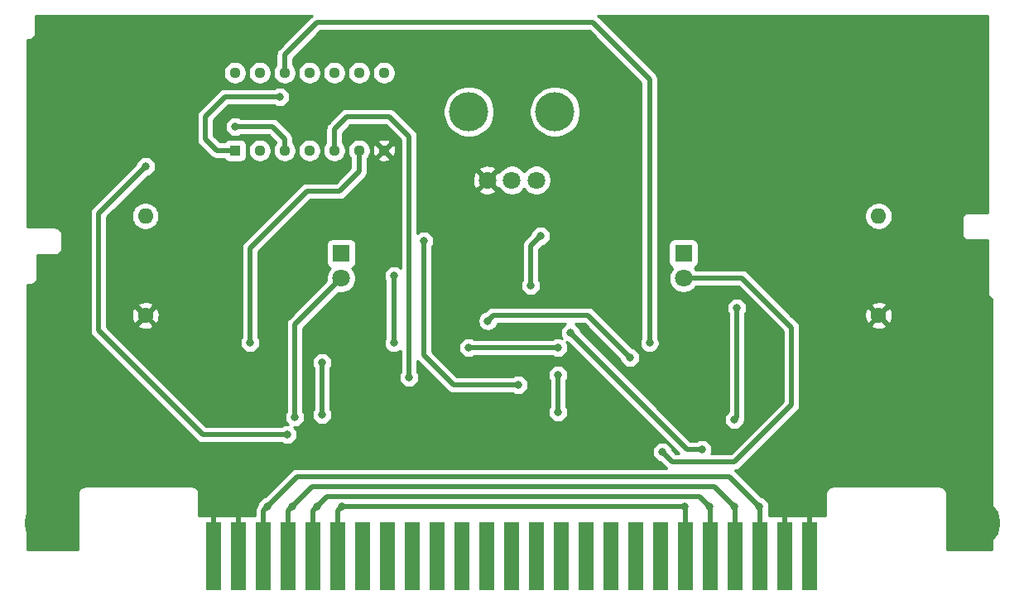
<source format=gbr>
G04 #@! TF.GenerationSoftware,KiCad,Pcbnew,(5.1.7)-1*
G04 #@! TF.CreationDate,2022-04-10T16:59:05-05:00*
G04 #@! TF.ProjectId,ConsolePedal8BitarSMT,436f6e73-6f6c-4655-9065-64616c384269,rev?*
G04 #@! TF.SameCoordinates,Original*
G04 #@! TF.FileFunction,Copper,L2,Bot*
G04 #@! TF.FilePolarity,Positive*
%FSLAX46Y46*%
G04 Gerber Fmt 4.6, Leading zero omitted, Abs format (unit mm)*
G04 Created by KiCad (PCBNEW (5.1.7)-1) date 2022-04-10 16:59:05*
%MOMM*%
%LPD*%
G01*
G04 APERTURE LIST*
G04 #@! TA.AperFunction,ComponentPad*
%ADD10R,1.800000X1.800000*%
G04 #@! TD*
G04 #@! TA.AperFunction,ComponentPad*
%ADD11C,1.800000*%
G04 #@! TD*
G04 #@! TA.AperFunction,ComponentPad*
%ADD12C,5.000000*%
G04 #@! TD*
G04 #@! TA.AperFunction,ComponentPad*
%ADD13C,1.600000*%
G04 #@! TD*
G04 #@! TA.AperFunction,ComponentPad*
%ADD14O,1.600000X1.600000*%
G04 #@! TD*
G04 #@! TA.AperFunction,ComponentPad*
%ADD15R,1.130000X1.130000*%
G04 #@! TD*
G04 #@! TA.AperFunction,ComponentPad*
%ADD16C,1.130000*%
G04 #@! TD*
G04 #@! TA.AperFunction,WasherPad*
%ADD17C,4.000000*%
G04 #@! TD*
G04 #@! TA.AperFunction,ConnectorPad*
%ADD18R,1.500000X7.000000*%
G04 #@! TD*
G04 #@! TA.AperFunction,ViaPad*
%ADD19C,0.800000*%
G04 #@! TD*
G04 #@! TA.AperFunction,Conductor*
%ADD20C,0.500000*%
G04 #@! TD*
G04 #@! TA.AperFunction,Conductor*
%ADD21C,0.254000*%
G04 #@! TD*
G04 #@! TA.AperFunction,Conductor*
%ADD22C,0.100000*%
G04 #@! TD*
G04 APERTURE END LIST*
D10*
G04 #@! TO.P,D1,1*
G04 #@! TO.N,Net-(D1-Pad1)*
X115250000Y-95000000D03*
D11*
G04 #@! TO.P,D1,2*
G04 #@! TO.N,/LEDPower*
X115250000Y-97540000D03*
G04 #@! TD*
G04 #@! TO.P,D2,2*
G04 #@! TO.N,/LEDPower*
X150250000Y-97540000D03*
D10*
G04 #@! TO.P,D2,1*
G04 #@! TO.N,Net-(D2-Pad1)*
X150250000Y-95000000D03*
G04 #@! TD*
D12*
G04 #@! TO.P,H1,1*
G04 #@! TO.N,GND*
X85350000Y-122600000D03*
G04 #@! TD*
G04 #@! TO.P,H2,1*
G04 #@! TO.N,GND*
X180150000Y-122600000D03*
G04 #@! TD*
D13*
G04 #@! TO.P,R3,1*
G04 #@! TO.N,GND*
X95215000Y-101350000D03*
D14*
G04 #@! TO.P,R3,2*
G04 #@! TO.N,Net-(D1-Pad1)*
X95215000Y-91190000D03*
G04 #@! TD*
D15*
G04 #@! TO.P,IC1,1*
G04 #@! TO.N,/pin1*
X104380000Y-84470000D03*
D16*
G04 #@! TO.P,IC1,2*
G04 #@! TO.N,/pin13*
X106920000Y-84470000D03*
G04 #@! TO.P,IC1,3*
G04 #@! TO.N,/pin3*
X109460000Y-84470000D03*
G04 #@! TO.P,IC1,4*
G04 #@! TO.N,/pin4*
X112000000Y-84470000D03*
G04 #@! TO.P,IC1,5*
G04 #@! TO.N,/pin5*
X114540000Y-84470000D03*
G04 #@! TO.P,IC1,6*
G04 #@! TO.N,/pin6*
X117080000Y-84470000D03*
G04 #@! TO.P,IC1,7*
G04 #@! TO.N,GND*
X119620000Y-84470000D03*
G04 #@! TO.P,IC1,8*
G04 #@! TO.N,/pin11*
X119620000Y-76530000D03*
G04 #@! TO.P,IC1,9*
G04 #@! TO.N,/pin9*
X117080000Y-76530000D03*
G04 #@! TO.P,IC1,10*
G04 #@! TO.N,/pin10*
X114540000Y-76530000D03*
G04 #@! TO.P,IC1,11*
G04 #@! TO.N,/pin11*
X112000000Y-76530000D03*
G04 #@! TO.P,IC1,12*
G04 #@! TO.N,/pin12*
X109460000Y-76530000D03*
G04 #@! TO.P,IC1,13*
G04 #@! TO.N,/pin13*
X106920000Y-76530000D03*
G04 #@! TO.P,IC1,14*
G04 #@! TO.N,+9V*
X104380000Y-76530000D03*
G04 #@! TD*
D11*
G04 #@! TO.P,RV1,3*
G04 #@! TO.N,GND*
X130215000Y-87500000D03*
G04 #@! TO.P,RV1,2*
G04 #@! TO.N,/Output*
X132715000Y-87500000D03*
G04 #@! TO.P,RV1,1*
G04 #@! TO.N,Net-(C8-Pad2)*
X135215000Y-87500000D03*
D17*
G04 #@! TO.P,RV1,*
G04 #@! TO.N,*
X128315000Y-80500000D03*
X137115000Y-80500000D03*
G04 #@! TD*
D18*
G04 #@! TO.P,J1,50*
G04 #@! TO.N,GND*
X163195000Y-126000000D03*
G04 #@! TO.P,J1,49*
X160655000Y-126000000D03*
G04 #@! TO.P,J1,48*
G04 #@! TO.N,/Input*
X158115000Y-126000000D03*
G04 #@! TO.P,J1,47*
G04 #@! TO.N,/Output*
X155575000Y-126000000D03*
G04 #@! TO.P,J1,46*
G04 #@! TO.N,+9V*
X153035000Y-126000000D03*
G04 #@! TO.P,J1,45*
G04 #@! TO.N,/LEDPower*
X150495000Y-126000000D03*
G04 #@! TO.P,J1,44*
G04 #@! TO.N,N/C*
X147955000Y-126000000D03*
G04 #@! TO.P,J1,43*
X145415000Y-126000000D03*
G04 #@! TO.P,J1,42*
X142875000Y-126000000D03*
G04 #@! TO.P,J1,41*
X140335000Y-126000000D03*
G04 #@! TO.P,J1,40*
X137795000Y-126000000D03*
G04 #@! TO.P,J1,39*
X135255000Y-126000000D03*
G04 #@! TO.P,J1,38*
X132715000Y-126000000D03*
G04 #@! TO.P,J1,37*
X130175000Y-126000000D03*
G04 #@! TO.P,J1,36*
X127635000Y-126000000D03*
G04 #@! TO.P,J1,35*
X125095000Y-126000000D03*
G04 #@! TO.P,J1,34*
X122555000Y-126000000D03*
G04 #@! TO.P,J1,33*
X120015000Y-126000000D03*
G04 #@! TO.P,J1,32*
X117475000Y-126000000D03*
G04 #@! TO.P,J1,31*
G04 #@! TO.N,/LEDPower*
X114935000Y-126000000D03*
G04 #@! TO.P,J1,30*
G04 #@! TO.N,+9V*
X112395000Y-126000000D03*
G04 #@! TO.P,J1,29*
G04 #@! TO.N,/Output*
X109855000Y-126000000D03*
G04 #@! TO.P,J1,28*
G04 #@! TO.N,/Input*
X107315000Y-126000000D03*
G04 #@! TO.P,J1,27*
G04 #@! TO.N,GND*
X104775000Y-126000000D03*
G04 #@! TO.P,J1,26*
X102235000Y-126000000D03*
G04 #@! TD*
D13*
G04 #@! TO.P,R11,1*
G04 #@! TO.N,GND*
X170215000Y-101350000D03*
D14*
G04 #@! TO.P,R11,2*
G04 #@! TO.N,Net-(D2-Pad1)*
X170215000Y-91190000D03*
G04 #@! TD*
D19*
G04 #@! TO.N,GND*
X160528000Y-120904000D03*
X163068000Y-120904000D03*
X105156000Y-120904000D03*
X102616000Y-120904000D03*
X140970000Y-97282000D03*
X132334000Y-111506000D03*
G04 #@! TO.N,/LEDPower*
X115316000Y-120904000D03*
X150368000Y-120904000D03*
X148082000Y-115316000D03*
X110490000Y-111760000D03*
G04 #@! TO.N,/Input*
X157988000Y-120904000D03*
X107696000Y-120904000D03*
G04 #@! TO.N,/Output*
X155448000Y-120904000D03*
X110236000Y-120904000D03*
X155448000Y-112014000D03*
X155702000Y-100584000D03*
G04 #@! TO.N,+9V*
X112776000Y-120904000D03*
X152908000Y-120904000D03*
X109728000Y-113538000D03*
X95250000Y-86106000D03*
X152146000Y-115062000D03*
X138684000Y-103124000D03*
G04 #@! TO.N,/pin5*
X122174000Y-107696000D03*
G04 #@! TO.N,/pin6*
X113284000Y-111506000D03*
X113284000Y-106172000D03*
X105918000Y-104140000D03*
G04 #@! TO.N,/pin3*
X104394000Y-82042000D03*
G04 #@! TO.N,/pin4*
X120650000Y-97282000D03*
X120630000Y-104160000D03*
G04 #@! TO.N,/pin12*
X146792000Y-104160000D03*
G04 #@! TO.N,/pin10*
X133350000Y-108458000D03*
X123698000Y-93726000D03*
G04 #@! TO.N,/pin1*
X144780000Y-105664000D03*
X130240000Y-101916000D03*
X108966000Y-78994000D03*
G04 #@! TO.N,/pin13*
X128270000Y-104648000D03*
X137414000Y-104648000D03*
G04 #@! TO.N,/pin11*
X137414000Y-107442000D03*
X137414000Y-111252000D03*
X134620000Y-98298000D03*
X135636000Y-93218000D03*
G04 #@! TD*
D20*
G04 #@! TO.N,GND*
X160655000Y-121031000D02*
X160528000Y-120904000D01*
X160655000Y-126000000D02*
X160655000Y-121031000D01*
X163195000Y-121031000D02*
X163068000Y-120904000D01*
X163195000Y-126000000D02*
X163195000Y-121031000D01*
X102235000Y-121285000D02*
X102616000Y-120904000D01*
X102235000Y-126000000D02*
X102235000Y-121285000D01*
X104775000Y-121285000D02*
X105156000Y-120904000D01*
X104775000Y-126000000D02*
X104775000Y-121285000D01*
G04 #@! TO.N,/LEDPower*
X115316000Y-120904000D02*
X150368000Y-120904000D01*
X150495000Y-121031000D02*
X150368000Y-120904000D01*
X150495000Y-126000000D02*
X150495000Y-121031000D01*
X114935000Y-121285000D02*
X115316000Y-120904000D01*
X114935000Y-126000000D02*
X114935000Y-121285000D01*
X148082000Y-115316000D02*
X149098000Y-116332000D01*
X149098000Y-116332000D02*
X155448000Y-116332000D01*
X155448000Y-116332000D02*
X161290000Y-110490000D01*
X161290000Y-110490000D02*
X161290000Y-102616000D01*
X156214000Y-97540000D02*
X150250000Y-97540000D01*
X161290000Y-102616000D02*
X156214000Y-97540000D01*
X110490000Y-102300000D02*
X115250000Y-97540000D01*
X110490000Y-111760000D02*
X110490000Y-102300000D01*
G04 #@! TO.N,/Input*
X158115000Y-121031000D02*
X157988000Y-120904000D01*
X158115000Y-126000000D02*
X158115000Y-121031000D01*
X107315000Y-121285000D02*
X107696000Y-120904000D01*
X107315000Y-126000000D02*
X107315000Y-121285000D01*
X107696000Y-120904000D02*
X110744000Y-117856000D01*
X154940000Y-117856000D02*
X157988000Y-120904000D01*
X110744000Y-117856000D02*
X154940000Y-117856000D01*
G04 #@! TO.N,/Output*
X155575000Y-121031000D02*
X155448000Y-120904000D01*
X155575000Y-126000000D02*
X155575000Y-121031000D01*
X109855000Y-121285000D02*
X110236000Y-120904000D01*
X109855000Y-126000000D02*
X109855000Y-121285000D01*
X155448000Y-120904000D02*
X153416000Y-118872000D01*
X112268000Y-118872000D02*
X110236000Y-120904000D01*
X153416000Y-118872000D02*
X112268000Y-118872000D01*
X155702000Y-111760000D02*
X155448000Y-112014000D01*
X155702000Y-100584000D02*
X155702000Y-111760000D01*
G04 #@! TO.N,+9V*
X112395000Y-121285000D02*
X112776000Y-120904000D01*
X112395000Y-126000000D02*
X112395000Y-121285000D01*
X153035000Y-121031000D02*
X152908000Y-120904000D01*
X153035000Y-126000000D02*
X153035000Y-121031000D01*
X151892000Y-119888000D02*
X152908000Y-120904000D01*
X113792000Y-119888000D02*
X151892000Y-119888000D01*
X112776000Y-120904000D02*
X113792000Y-119888000D01*
X95250000Y-86106000D02*
X90424000Y-90932000D01*
X90424000Y-90932000D02*
X90424000Y-102870000D01*
X101092000Y-113538000D02*
X109728000Y-113538000D01*
X90424000Y-102870000D02*
X101092000Y-113538000D01*
X150622000Y-115062000D02*
X152146000Y-115062000D01*
X138684000Y-103124000D02*
X150622000Y-115062000D01*
G04 #@! TO.N,/pin5*
X122174000Y-107696000D02*
X122174000Y-83058000D01*
X122174000Y-83058000D02*
X120142000Y-81026000D01*
X120142000Y-81026000D02*
X115824000Y-81026000D01*
X114540000Y-82310000D02*
X114540000Y-84470000D01*
X115824000Y-81026000D02*
X114540000Y-82310000D01*
G04 #@! TO.N,/pin6*
X113284000Y-106172000D02*
X113284000Y-111506000D01*
X117080000Y-86628000D02*
X117080000Y-84470000D01*
X111760000Y-88646000D02*
X115062000Y-88646000D01*
X105918000Y-94488000D02*
X111760000Y-88646000D01*
X115062000Y-88646000D02*
X117080000Y-86628000D01*
X105918000Y-104140000D02*
X105918000Y-94488000D01*
G04 #@! TO.N,/pin3*
X104394000Y-82042000D02*
X108204000Y-82042000D01*
X109460000Y-83298000D02*
X109460000Y-84470000D01*
X108204000Y-82042000D02*
X109460000Y-83298000D01*
G04 #@! TO.N,/pin4*
X120630000Y-97302000D02*
X120650000Y-97282000D01*
X120630000Y-104160000D02*
X120630000Y-97302000D01*
G04 #@! TO.N,/pin12*
X146792000Y-104160000D02*
X146792000Y-77196000D01*
X146792000Y-77196000D02*
X140970000Y-71374000D01*
X140970000Y-71374000D02*
X112776000Y-71374000D01*
X109460000Y-74690000D02*
X109460000Y-76530000D01*
X112776000Y-71374000D02*
X109460000Y-74690000D01*
G04 #@! TO.N,/pin10*
X126746000Y-108458000D02*
X133350000Y-108458000D01*
X123698000Y-105410000D02*
X126746000Y-108458000D01*
X123698000Y-93726000D02*
X123698000Y-105410000D01*
G04 #@! TO.N,/pin1*
X144780000Y-105664000D02*
X140462000Y-101346000D01*
X130810000Y-101346000D02*
X130240000Y-101916000D01*
X140462000Y-101346000D02*
X130810000Y-101346000D01*
X108966000Y-78994000D02*
X103378000Y-78994000D01*
X103378000Y-78994000D02*
X101346000Y-81026000D01*
X101346000Y-81026000D02*
X101346000Y-83312000D01*
X102504000Y-84470000D02*
X104380000Y-84470000D01*
X101346000Y-83312000D02*
X102504000Y-84470000D01*
G04 #@! TO.N,/pin13*
X137414000Y-104648000D02*
X128270000Y-104648000D01*
G04 #@! TO.N,/pin11*
X137414000Y-111252000D02*
X137414000Y-107442000D01*
X134620000Y-94234000D02*
X134620000Y-98298000D01*
X135636000Y-93218000D02*
X134620000Y-94234000D01*
G04 #@! TD*
D21*
G04 #@! TO.N,GND*
X112152867Y-70750867D02*
X112125403Y-70784332D01*
X108870332Y-74039403D01*
X108836867Y-74066867D01*
X108809406Y-74100329D01*
X108727274Y-74200408D01*
X108645838Y-74352764D01*
X108595690Y-74518078D01*
X108578757Y-74690000D01*
X108583000Y-74733080D01*
X108583001Y-75721256D01*
X108534113Y-75770144D01*
X108403663Y-75965376D01*
X108313807Y-76182306D01*
X108268000Y-76412598D01*
X108268000Y-76647402D01*
X108313807Y-76877694D01*
X108403663Y-77094624D01*
X108534113Y-77289856D01*
X108700144Y-77455887D01*
X108895376Y-77586337D01*
X109112306Y-77676193D01*
X109342598Y-77722000D01*
X109577402Y-77722000D01*
X109807694Y-77676193D01*
X110024624Y-77586337D01*
X110219856Y-77455887D01*
X110385887Y-77289856D01*
X110516337Y-77094624D01*
X110606193Y-76877694D01*
X110652000Y-76647402D01*
X110652000Y-76412598D01*
X110808000Y-76412598D01*
X110808000Y-76647402D01*
X110853807Y-76877694D01*
X110943663Y-77094624D01*
X111074113Y-77289856D01*
X111240144Y-77455887D01*
X111435376Y-77586337D01*
X111652306Y-77676193D01*
X111882598Y-77722000D01*
X112117402Y-77722000D01*
X112347694Y-77676193D01*
X112564624Y-77586337D01*
X112759856Y-77455887D01*
X112925887Y-77289856D01*
X113056337Y-77094624D01*
X113146193Y-76877694D01*
X113192000Y-76647402D01*
X113192000Y-76412598D01*
X113348000Y-76412598D01*
X113348000Y-76647402D01*
X113393807Y-76877694D01*
X113483663Y-77094624D01*
X113614113Y-77289856D01*
X113780144Y-77455887D01*
X113975376Y-77586337D01*
X114192306Y-77676193D01*
X114422598Y-77722000D01*
X114657402Y-77722000D01*
X114887694Y-77676193D01*
X115104624Y-77586337D01*
X115299856Y-77455887D01*
X115465887Y-77289856D01*
X115596337Y-77094624D01*
X115686193Y-76877694D01*
X115732000Y-76647402D01*
X115732000Y-76412598D01*
X115888000Y-76412598D01*
X115888000Y-76647402D01*
X115933807Y-76877694D01*
X116023663Y-77094624D01*
X116154113Y-77289856D01*
X116320144Y-77455887D01*
X116515376Y-77586337D01*
X116732306Y-77676193D01*
X116962598Y-77722000D01*
X117197402Y-77722000D01*
X117427694Y-77676193D01*
X117644624Y-77586337D01*
X117839856Y-77455887D01*
X118005887Y-77289856D01*
X118136337Y-77094624D01*
X118226193Y-76877694D01*
X118272000Y-76647402D01*
X118272000Y-76412598D01*
X118428000Y-76412598D01*
X118428000Y-76647402D01*
X118473807Y-76877694D01*
X118563663Y-77094624D01*
X118694113Y-77289856D01*
X118860144Y-77455887D01*
X119055376Y-77586337D01*
X119272306Y-77676193D01*
X119502598Y-77722000D01*
X119737402Y-77722000D01*
X119967694Y-77676193D01*
X120184624Y-77586337D01*
X120379856Y-77455887D01*
X120545887Y-77289856D01*
X120676337Y-77094624D01*
X120766193Y-76877694D01*
X120812000Y-76647402D01*
X120812000Y-76412598D01*
X120766193Y-76182306D01*
X120676337Y-75965376D01*
X120545887Y-75770144D01*
X120379856Y-75604113D01*
X120184624Y-75473663D01*
X119967694Y-75383807D01*
X119737402Y-75338000D01*
X119502598Y-75338000D01*
X119272306Y-75383807D01*
X119055376Y-75473663D01*
X118860144Y-75604113D01*
X118694113Y-75770144D01*
X118563663Y-75965376D01*
X118473807Y-76182306D01*
X118428000Y-76412598D01*
X118272000Y-76412598D01*
X118226193Y-76182306D01*
X118136337Y-75965376D01*
X118005887Y-75770144D01*
X117839856Y-75604113D01*
X117644624Y-75473663D01*
X117427694Y-75383807D01*
X117197402Y-75338000D01*
X116962598Y-75338000D01*
X116732306Y-75383807D01*
X116515376Y-75473663D01*
X116320144Y-75604113D01*
X116154113Y-75770144D01*
X116023663Y-75965376D01*
X115933807Y-76182306D01*
X115888000Y-76412598D01*
X115732000Y-76412598D01*
X115686193Y-76182306D01*
X115596337Y-75965376D01*
X115465887Y-75770144D01*
X115299856Y-75604113D01*
X115104624Y-75473663D01*
X114887694Y-75383807D01*
X114657402Y-75338000D01*
X114422598Y-75338000D01*
X114192306Y-75383807D01*
X113975376Y-75473663D01*
X113780144Y-75604113D01*
X113614113Y-75770144D01*
X113483663Y-75965376D01*
X113393807Y-76182306D01*
X113348000Y-76412598D01*
X113192000Y-76412598D01*
X113146193Y-76182306D01*
X113056337Y-75965376D01*
X112925887Y-75770144D01*
X112759856Y-75604113D01*
X112564624Y-75473663D01*
X112347694Y-75383807D01*
X112117402Y-75338000D01*
X111882598Y-75338000D01*
X111652306Y-75383807D01*
X111435376Y-75473663D01*
X111240144Y-75604113D01*
X111074113Y-75770144D01*
X110943663Y-75965376D01*
X110853807Y-76182306D01*
X110808000Y-76412598D01*
X110652000Y-76412598D01*
X110606193Y-76182306D01*
X110516337Y-75965376D01*
X110385887Y-75770144D01*
X110337000Y-75721257D01*
X110337000Y-75053265D01*
X113139265Y-72251000D01*
X140606735Y-72251000D01*
X145915001Y-77559266D01*
X145915000Y-103623973D01*
X145881885Y-103673533D01*
X145804467Y-103860435D01*
X145765000Y-104058849D01*
X145765000Y-104261151D01*
X145804467Y-104459565D01*
X145881885Y-104646467D01*
X145994277Y-104814674D01*
X146137326Y-104957723D01*
X146305533Y-105070115D01*
X146492435Y-105147533D01*
X146690849Y-105187000D01*
X146893151Y-105187000D01*
X147091565Y-105147533D01*
X147278467Y-105070115D01*
X147446674Y-104957723D01*
X147589723Y-104814674D01*
X147702115Y-104646467D01*
X147779533Y-104459565D01*
X147819000Y-104261151D01*
X147819000Y-104058849D01*
X147779533Y-103860435D01*
X147702115Y-103673533D01*
X147669000Y-103623973D01*
X147669000Y-91049453D01*
X168788000Y-91049453D01*
X168788000Y-91330547D01*
X168842838Y-91606241D01*
X168950409Y-91865938D01*
X169106576Y-92099660D01*
X169305340Y-92298424D01*
X169539062Y-92454591D01*
X169798759Y-92562162D01*
X170074453Y-92617000D01*
X170355547Y-92617000D01*
X170631241Y-92562162D01*
X170890938Y-92454591D01*
X171124660Y-92298424D01*
X171323424Y-92099660D01*
X171479591Y-91865938D01*
X171587162Y-91606241D01*
X171642000Y-91330547D01*
X171642000Y-91049453D01*
X171587162Y-90773759D01*
X171479591Y-90514062D01*
X171323424Y-90280340D01*
X171124660Y-90081576D01*
X170890938Y-89925409D01*
X170631241Y-89817838D01*
X170355547Y-89763000D01*
X170074453Y-89763000D01*
X169798759Y-89817838D01*
X169539062Y-89925409D01*
X169305340Y-90081576D01*
X169106576Y-90280340D01*
X168950409Y-90514062D01*
X168842838Y-90773759D01*
X168788000Y-91049453D01*
X147669000Y-91049453D01*
X147669000Y-77239069D01*
X147673242Y-77195999D01*
X147669000Y-77152930D01*
X147669000Y-77152921D01*
X147656310Y-77024078D01*
X147606162Y-76858763D01*
X147524727Y-76706408D01*
X147415133Y-76572867D01*
X147381668Y-76545403D01*
X141620597Y-70784332D01*
X141593133Y-70750867D01*
X141503126Y-70677000D01*
X181323000Y-70677000D01*
X181323001Y-90823000D01*
X179433252Y-90823000D01*
X179400000Y-90819725D01*
X179366748Y-90823000D01*
X179267285Y-90832796D01*
X179139670Y-90871508D01*
X179022059Y-90934372D01*
X178918973Y-91018973D01*
X178834372Y-91122059D01*
X178771508Y-91239670D01*
X178732796Y-91367285D01*
X178719725Y-91500000D01*
X178723001Y-91533262D01*
X178723000Y-92966747D01*
X178719725Y-93000000D01*
X178732796Y-93132715D01*
X178771508Y-93260330D01*
X178834372Y-93377941D01*
X178918973Y-93481027D01*
X179007987Y-93554079D01*
X179022059Y-93565628D01*
X179139670Y-93628492D01*
X179267285Y-93667204D01*
X179400000Y-93680275D01*
X179433252Y-93677000D01*
X181323000Y-93677000D01*
X181323001Y-98966738D01*
X181319725Y-99000000D01*
X181332796Y-99132715D01*
X181371508Y-99260330D01*
X181434372Y-99377941D01*
X181518973Y-99481027D01*
X181622059Y-99565628D01*
X181739670Y-99628492D01*
X181823001Y-99653770D01*
X181823000Y-125323000D01*
X177177000Y-125323000D01*
X177177000Y-119533252D01*
X177180275Y-119500000D01*
X177167204Y-119367285D01*
X177128492Y-119239670D01*
X177065628Y-119122059D01*
X176981027Y-119018973D01*
X176877941Y-118934372D01*
X176760330Y-118871508D01*
X176632715Y-118832796D01*
X176533252Y-118823000D01*
X176500000Y-118819725D01*
X176466748Y-118823000D01*
X165513252Y-118823000D01*
X165480000Y-118819725D01*
X165446748Y-118823000D01*
X165347285Y-118832796D01*
X165219670Y-118871508D01*
X165102059Y-118934372D01*
X164998973Y-119018973D01*
X164914372Y-119122059D01*
X164851508Y-119239670D01*
X164812796Y-119367285D01*
X164799725Y-119500000D01*
X164803001Y-119533262D01*
X164803001Y-121793000D01*
X158992000Y-121793000D01*
X158992000Y-121120780D01*
X159015000Y-121005151D01*
X159015000Y-120802849D01*
X158975533Y-120604435D01*
X158898115Y-120417533D01*
X158785723Y-120249326D01*
X158642674Y-120106277D01*
X158474467Y-119993885D01*
X158287565Y-119916467D01*
X158229104Y-119904838D01*
X155590597Y-117266332D01*
X155563133Y-117232867D01*
X155529446Y-117205221D01*
X155619922Y-117196310D01*
X155785237Y-117146162D01*
X155937592Y-117064727D01*
X156071133Y-116955133D01*
X156098597Y-116921668D01*
X161879669Y-111140596D01*
X161913133Y-111113133D01*
X162022727Y-110979592D01*
X162104162Y-110827237D01*
X162132749Y-110733000D01*
X162154310Y-110661923D01*
X162171243Y-110490000D01*
X162167000Y-110446921D01*
X162167000Y-102659079D01*
X162171243Y-102615999D01*
X162154310Y-102444077D01*
X162123558Y-102342702D01*
X169401903Y-102342702D01*
X169473486Y-102586671D01*
X169728996Y-102707571D01*
X170003184Y-102776300D01*
X170285512Y-102790217D01*
X170565130Y-102748787D01*
X170831292Y-102653603D01*
X170956514Y-102586671D01*
X171028097Y-102342702D01*
X170215000Y-101529605D01*
X169401903Y-102342702D01*
X162123558Y-102342702D01*
X162104162Y-102278763D01*
X162067573Y-102210310D01*
X162022727Y-102126408D01*
X161913133Y-101992867D01*
X161879674Y-101965408D01*
X161334778Y-101420512D01*
X168774783Y-101420512D01*
X168816213Y-101700130D01*
X168911397Y-101966292D01*
X168978329Y-102091514D01*
X169222298Y-102163097D01*
X170035395Y-101350000D01*
X170394605Y-101350000D01*
X171207702Y-102163097D01*
X171451671Y-102091514D01*
X171572571Y-101836004D01*
X171641300Y-101561816D01*
X171655217Y-101279488D01*
X171613787Y-100999870D01*
X171518603Y-100733708D01*
X171451671Y-100608486D01*
X171207702Y-100536903D01*
X170394605Y-101350000D01*
X170035395Y-101350000D01*
X169222298Y-100536903D01*
X168978329Y-100608486D01*
X168857429Y-100863996D01*
X168788700Y-101138184D01*
X168774783Y-101420512D01*
X161334778Y-101420512D01*
X160271564Y-100357298D01*
X169401903Y-100357298D01*
X170215000Y-101170395D01*
X171028097Y-100357298D01*
X170956514Y-100113329D01*
X170701004Y-99992429D01*
X170426816Y-99923700D01*
X170144488Y-99909783D01*
X169864870Y-99951213D01*
X169598708Y-100046397D01*
X169473486Y-100113329D01*
X169401903Y-100357298D01*
X160271564Y-100357298D01*
X156864597Y-96950332D01*
X156837133Y-96916867D01*
X156703592Y-96807273D01*
X156551237Y-96725838D01*
X156385922Y-96675690D01*
X156257079Y-96663000D01*
X156214000Y-96658757D01*
X156170921Y-96663000D01*
X151500515Y-96663000D01*
X151436099Y-96566594D01*
X151360779Y-96491274D01*
X151391103Y-96482075D01*
X151500028Y-96423853D01*
X151595501Y-96345501D01*
X151673853Y-96250028D01*
X151732075Y-96141103D01*
X151767927Y-96022913D01*
X151780033Y-95900000D01*
X151780033Y-94100000D01*
X151767927Y-93977087D01*
X151732075Y-93858897D01*
X151673853Y-93749972D01*
X151595501Y-93654499D01*
X151500028Y-93576147D01*
X151391103Y-93517925D01*
X151272913Y-93482073D01*
X151150000Y-93469967D01*
X149350000Y-93469967D01*
X149227087Y-93482073D01*
X149108897Y-93517925D01*
X148999972Y-93576147D01*
X148904499Y-93654499D01*
X148826147Y-93749972D01*
X148767925Y-93858897D01*
X148732073Y-93977087D01*
X148719967Y-94100000D01*
X148719967Y-95900000D01*
X148732073Y-96022913D01*
X148767925Y-96141103D01*
X148826147Y-96250028D01*
X148904499Y-96345501D01*
X148999972Y-96423853D01*
X149108897Y-96482075D01*
X149139221Y-96491274D01*
X149063901Y-96566594D01*
X148896790Y-96816694D01*
X148781681Y-97094590D01*
X148723000Y-97389604D01*
X148723000Y-97690396D01*
X148781681Y-97985410D01*
X148896790Y-98263306D01*
X149063901Y-98513406D01*
X149276594Y-98726099D01*
X149526694Y-98893210D01*
X149804590Y-99008319D01*
X150099604Y-99067000D01*
X150400396Y-99067000D01*
X150695410Y-99008319D01*
X150973306Y-98893210D01*
X151223406Y-98726099D01*
X151436099Y-98513406D01*
X151500515Y-98417000D01*
X155850735Y-98417000D01*
X160413001Y-102979267D01*
X160413000Y-110126735D01*
X155084735Y-115455000D01*
X153094831Y-115455000D01*
X153133533Y-115361565D01*
X153173000Y-115163151D01*
X153173000Y-114960849D01*
X153133533Y-114762435D01*
X153056115Y-114575533D01*
X152943723Y-114407326D01*
X152800674Y-114264277D01*
X152632467Y-114151885D01*
X152445565Y-114074467D01*
X152247151Y-114035000D01*
X152044849Y-114035000D01*
X151846435Y-114074467D01*
X151659533Y-114151885D01*
X151609973Y-114185000D01*
X150985265Y-114185000D01*
X148713114Y-111912849D01*
X154421000Y-111912849D01*
X154421000Y-112115151D01*
X154460467Y-112313565D01*
X154537885Y-112500467D01*
X154650277Y-112668674D01*
X154793326Y-112811723D01*
X154961533Y-112924115D01*
X155148435Y-113001533D01*
X155346849Y-113041000D01*
X155549151Y-113041000D01*
X155747565Y-113001533D01*
X155934467Y-112924115D01*
X156102674Y-112811723D01*
X156245723Y-112668674D01*
X156358115Y-112500467D01*
X156435533Y-112313565D01*
X156456278Y-112209273D01*
X156516162Y-112097237D01*
X156566310Y-111931922D01*
X156579000Y-111803079D01*
X156579000Y-111803070D01*
X156583242Y-111760001D01*
X156579000Y-111716931D01*
X156579000Y-101120027D01*
X156612115Y-101070467D01*
X156689533Y-100883565D01*
X156729000Y-100685151D01*
X156729000Y-100482849D01*
X156689533Y-100284435D01*
X156612115Y-100097533D01*
X156499723Y-99929326D01*
X156356674Y-99786277D01*
X156188467Y-99673885D01*
X156001565Y-99596467D01*
X155803151Y-99557000D01*
X155600849Y-99557000D01*
X155402435Y-99596467D01*
X155215533Y-99673885D01*
X155047326Y-99786277D01*
X154904277Y-99929326D01*
X154791885Y-100097533D01*
X154714467Y-100284435D01*
X154675000Y-100482849D01*
X154675000Y-100685151D01*
X154714467Y-100883565D01*
X154791885Y-101070467D01*
X154825000Y-101120027D01*
X154825001Y-111195113D01*
X154793326Y-111216277D01*
X154650277Y-111359326D01*
X154537885Y-111527533D01*
X154460467Y-111714435D01*
X154421000Y-111912849D01*
X148713114Y-111912849D01*
X139683162Y-102882897D01*
X139671533Y-102824435D01*
X139594115Y-102637533D01*
X139481723Y-102469326D01*
X139338674Y-102326277D01*
X139184109Y-102223000D01*
X140098735Y-102223000D01*
X143780838Y-105905103D01*
X143792467Y-105963565D01*
X143869885Y-106150467D01*
X143982277Y-106318674D01*
X144125326Y-106461723D01*
X144293533Y-106574115D01*
X144480435Y-106651533D01*
X144678849Y-106691000D01*
X144881151Y-106691000D01*
X145079565Y-106651533D01*
X145266467Y-106574115D01*
X145434674Y-106461723D01*
X145577723Y-106318674D01*
X145690115Y-106150467D01*
X145767533Y-105963565D01*
X145807000Y-105765151D01*
X145807000Y-105562849D01*
X145767533Y-105364435D01*
X145690115Y-105177533D01*
X145577723Y-105009326D01*
X145434674Y-104866277D01*
X145266467Y-104753885D01*
X145079565Y-104676467D01*
X145021103Y-104664838D01*
X141112597Y-100756332D01*
X141085133Y-100722867D01*
X140951592Y-100613273D01*
X140799237Y-100531838D01*
X140633922Y-100481690D01*
X140505079Y-100469000D01*
X140462000Y-100464757D01*
X140418921Y-100469000D01*
X130853079Y-100469000D01*
X130810000Y-100464757D01*
X130638077Y-100481690D01*
X130472763Y-100531838D01*
X130320408Y-100613273D01*
X130186867Y-100722867D01*
X130159403Y-100756332D01*
X129998897Y-100916838D01*
X129940435Y-100928467D01*
X129753533Y-101005885D01*
X129585326Y-101118277D01*
X129442277Y-101261326D01*
X129329885Y-101429533D01*
X129252467Y-101616435D01*
X129213000Y-101814849D01*
X129213000Y-102017151D01*
X129252467Y-102215565D01*
X129329885Y-102402467D01*
X129442277Y-102570674D01*
X129585326Y-102713723D01*
X129753533Y-102826115D01*
X129940435Y-102903533D01*
X130138849Y-102943000D01*
X130341151Y-102943000D01*
X130539565Y-102903533D01*
X130726467Y-102826115D01*
X130894674Y-102713723D01*
X131037723Y-102570674D01*
X131150115Y-102402467D01*
X131224453Y-102223000D01*
X138183891Y-102223000D01*
X138029326Y-102326277D01*
X137886277Y-102469326D01*
X137773885Y-102637533D01*
X137696467Y-102824435D01*
X137657000Y-103022849D01*
X137657000Y-103225151D01*
X137696467Y-103423565D01*
X137773885Y-103610467D01*
X137843163Y-103714149D01*
X137713565Y-103660467D01*
X137515151Y-103621000D01*
X137312849Y-103621000D01*
X137114435Y-103660467D01*
X136927533Y-103737885D01*
X136877973Y-103771000D01*
X128806027Y-103771000D01*
X128756467Y-103737885D01*
X128569565Y-103660467D01*
X128371151Y-103621000D01*
X128168849Y-103621000D01*
X127970435Y-103660467D01*
X127783533Y-103737885D01*
X127615326Y-103850277D01*
X127472277Y-103993326D01*
X127359885Y-104161533D01*
X127282467Y-104348435D01*
X127243000Y-104546849D01*
X127243000Y-104749151D01*
X127282467Y-104947565D01*
X127359885Y-105134467D01*
X127472277Y-105302674D01*
X127615326Y-105445723D01*
X127783533Y-105558115D01*
X127970435Y-105635533D01*
X128168849Y-105675000D01*
X128371151Y-105675000D01*
X128569565Y-105635533D01*
X128756467Y-105558115D01*
X128806027Y-105525000D01*
X136877973Y-105525000D01*
X136927533Y-105558115D01*
X137114435Y-105635533D01*
X137312849Y-105675000D01*
X137515151Y-105675000D01*
X137713565Y-105635533D01*
X137900467Y-105558115D01*
X138068674Y-105445723D01*
X138211723Y-105302674D01*
X138324115Y-105134467D01*
X138401533Y-104947565D01*
X138441000Y-104749151D01*
X138441000Y-104546849D01*
X138401533Y-104348435D01*
X138324115Y-104161533D01*
X138254837Y-104057851D01*
X138384435Y-104111533D01*
X138442897Y-104123162D01*
X149774735Y-115455000D01*
X149461266Y-115455000D01*
X149081162Y-115074896D01*
X149069533Y-115016435D01*
X148992115Y-114829533D01*
X148879723Y-114661326D01*
X148736674Y-114518277D01*
X148568467Y-114405885D01*
X148381565Y-114328467D01*
X148183151Y-114289000D01*
X147980849Y-114289000D01*
X147782435Y-114328467D01*
X147595533Y-114405885D01*
X147427326Y-114518277D01*
X147284277Y-114661326D01*
X147171885Y-114829533D01*
X147094467Y-115016435D01*
X147055000Y-115214849D01*
X147055000Y-115417151D01*
X147094467Y-115615565D01*
X147171885Y-115802467D01*
X147284277Y-115970674D01*
X147427326Y-116113723D01*
X147595533Y-116226115D01*
X147782435Y-116303533D01*
X147840896Y-116315162D01*
X148447408Y-116921674D01*
X148474867Y-116955133D01*
X148503949Y-116979000D01*
X110787079Y-116979000D01*
X110744000Y-116974757D01*
X110572077Y-116991690D01*
X110406763Y-117041838D01*
X110254408Y-117123273D01*
X110120867Y-117232867D01*
X110093408Y-117266326D01*
X107454897Y-119904838D01*
X107396435Y-119916467D01*
X107209533Y-119993885D01*
X107041326Y-120106277D01*
X106898277Y-120249326D01*
X106785885Y-120417533D01*
X106708467Y-120604435D01*
X106698053Y-120656791D01*
X106691868Y-120661867D01*
X106664409Y-120695326D01*
X106664406Y-120695329D01*
X106582274Y-120795408D01*
X106500838Y-120947764D01*
X106450690Y-121113078D01*
X106433757Y-121285000D01*
X106438001Y-121328089D01*
X106438001Y-121793000D01*
X100697000Y-121793000D01*
X100697000Y-119533252D01*
X100700275Y-119500000D01*
X100687204Y-119367285D01*
X100648492Y-119239670D01*
X100585628Y-119122059D01*
X100501027Y-119018973D01*
X100397941Y-118934372D01*
X100280330Y-118871508D01*
X100152715Y-118832796D01*
X100053252Y-118823000D01*
X100020000Y-118819725D01*
X99986748Y-118823000D01*
X89033252Y-118823000D01*
X89000000Y-118819725D01*
X88966748Y-118823000D01*
X88867285Y-118832796D01*
X88739670Y-118871508D01*
X88622059Y-118934372D01*
X88518973Y-119018973D01*
X88434372Y-119122059D01*
X88371508Y-119239670D01*
X88332796Y-119367285D01*
X88319725Y-119500000D01*
X88323000Y-119533252D01*
X88323001Y-125323000D01*
X83177000Y-125323000D01*
X83177000Y-98177000D01*
X83466748Y-98177000D01*
X83500000Y-98180275D01*
X83533252Y-98177000D01*
X83632715Y-98167204D01*
X83760330Y-98128492D01*
X83877941Y-98065628D01*
X83981027Y-97981027D01*
X84065628Y-97877941D01*
X84128492Y-97760330D01*
X84167204Y-97632715D01*
X84180275Y-97500000D01*
X84177000Y-97466748D01*
X84177000Y-95177000D01*
X85966748Y-95177000D01*
X86000000Y-95180275D01*
X86033252Y-95177000D01*
X86132715Y-95167204D01*
X86260330Y-95128492D01*
X86377941Y-95065628D01*
X86481027Y-94981027D01*
X86565628Y-94877941D01*
X86628492Y-94760330D01*
X86667204Y-94632715D01*
X86680275Y-94500000D01*
X86677000Y-94466748D01*
X86677000Y-93033251D01*
X86680275Y-93000000D01*
X86667204Y-92867285D01*
X86628492Y-92739670D01*
X86565628Y-92622059D01*
X86481027Y-92518973D01*
X86377941Y-92434372D01*
X86260330Y-92371508D01*
X86132715Y-92332796D01*
X86033252Y-92323000D01*
X86000000Y-92319725D01*
X85966748Y-92323000D01*
X83177000Y-92323000D01*
X83177000Y-90932000D01*
X89542757Y-90932000D01*
X89547000Y-90975080D01*
X89547001Y-102826910D01*
X89542757Y-102870000D01*
X89559690Y-103041922D01*
X89609838Y-103207236D01*
X89691274Y-103359592D01*
X89773406Y-103459671D01*
X89773409Y-103459674D01*
X89800868Y-103493133D01*
X89834327Y-103520592D01*
X100441403Y-114127668D01*
X100468867Y-114161133D01*
X100602408Y-114270727D01*
X100754763Y-114352162D01*
X100920078Y-114402310D01*
X101048921Y-114415000D01*
X101048930Y-114415000D01*
X101091999Y-114419242D01*
X101135069Y-114415000D01*
X109191973Y-114415000D01*
X109241533Y-114448115D01*
X109428435Y-114525533D01*
X109626849Y-114565000D01*
X109829151Y-114565000D01*
X110027565Y-114525533D01*
X110214467Y-114448115D01*
X110382674Y-114335723D01*
X110525723Y-114192674D01*
X110638115Y-114024467D01*
X110715533Y-113837565D01*
X110755000Y-113639151D01*
X110755000Y-113436849D01*
X110715533Y-113238435D01*
X110638115Y-113051533D01*
X110525723Y-112883326D01*
X110429397Y-112787000D01*
X110591151Y-112787000D01*
X110789565Y-112747533D01*
X110976467Y-112670115D01*
X111144674Y-112557723D01*
X111287723Y-112414674D01*
X111400115Y-112246467D01*
X111477533Y-112059565D01*
X111517000Y-111861151D01*
X111517000Y-111658849D01*
X111477533Y-111460435D01*
X111400115Y-111273533D01*
X111367000Y-111223973D01*
X111367000Y-106070849D01*
X112257000Y-106070849D01*
X112257000Y-106273151D01*
X112296467Y-106471565D01*
X112373885Y-106658467D01*
X112407000Y-106708027D01*
X112407001Y-110969971D01*
X112373885Y-111019533D01*
X112296467Y-111206435D01*
X112257000Y-111404849D01*
X112257000Y-111607151D01*
X112296467Y-111805565D01*
X112373885Y-111992467D01*
X112486277Y-112160674D01*
X112629326Y-112303723D01*
X112797533Y-112416115D01*
X112984435Y-112493533D01*
X113182849Y-112533000D01*
X113385151Y-112533000D01*
X113583565Y-112493533D01*
X113770467Y-112416115D01*
X113938674Y-112303723D01*
X114081723Y-112160674D01*
X114194115Y-111992467D01*
X114271533Y-111805565D01*
X114311000Y-111607151D01*
X114311000Y-111404849D01*
X114271533Y-111206435D01*
X114194115Y-111019533D01*
X114161000Y-110969973D01*
X114161000Y-106708027D01*
X114194115Y-106658467D01*
X114271533Y-106471565D01*
X114311000Y-106273151D01*
X114311000Y-106070849D01*
X114271533Y-105872435D01*
X114194115Y-105685533D01*
X114081723Y-105517326D01*
X113938674Y-105374277D01*
X113770467Y-105261885D01*
X113583565Y-105184467D01*
X113385151Y-105145000D01*
X113182849Y-105145000D01*
X112984435Y-105184467D01*
X112797533Y-105261885D01*
X112629326Y-105374277D01*
X112486277Y-105517326D01*
X112373885Y-105685533D01*
X112296467Y-105872435D01*
X112257000Y-106070849D01*
X111367000Y-106070849D01*
X111367000Y-102663265D01*
X114985885Y-99044380D01*
X115099604Y-99067000D01*
X115400396Y-99067000D01*
X115695410Y-99008319D01*
X115973306Y-98893210D01*
X116223406Y-98726099D01*
X116436099Y-98513406D01*
X116603210Y-98263306D01*
X116718319Y-97985410D01*
X116777000Y-97690396D01*
X116777000Y-97389604D01*
X116718319Y-97094590D01*
X116603210Y-96816694D01*
X116436099Y-96566594D01*
X116360779Y-96491274D01*
X116391103Y-96482075D01*
X116500028Y-96423853D01*
X116595501Y-96345501D01*
X116673853Y-96250028D01*
X116732075Y-96141103D01*
X116767927Y-96022913D01*
X116780033Y-95900000D01*
X116780033Y-94100000D01*
X116767927Y-93977087D01*
X116732075Y-93858897D01*
X116673853Y-93749972D01*
X116595501Y-93654499D01*
X116500028Y-93576147D01*
X116391103Y-93517925D01*
X116272913Y-93482073D01*
X116150000Y-93469967D01*
X114350000Y-93469967D01*
X114227087Y-93482073D01*
X114108897Y-93517925D01*
X113999972Y-93576147D01*
X113904499Y-93654499D01*
X113826147Y-93749972D01*
X113767925Y-93858897D01*
X113732073Y-93977087D01*
X113719967Y-94100000D01*
X113719967Y-95900000D01*
X113732073Y-96022913D01*
X113767925Y-96141103D01*
X113826147Y-96250028D01*
X113904499Y-96345501D01*
X113999972Y-96423853D01*
X114108897Y-96482075D01*
X114139221Y-96491274D01*
X114063901Y-96566594D01*
X113896790Y-96816694D01*
X113781681Y-97094590D01*
X113723000Y-97389604D01*
X113723000Y-97690396D01*
X113745620Y-97804115D01*
X109900327Y-101649408D01*
X109866868Y-101676867D01*
X109839409Y-101710326D01*
X109839406Y-101710329D01*
X109757274Y-101810408D01*
X109675838Y-101962764D01*
X109625690Y-102128078D01*
X109608757Y-102300000D01*
X109613001Y-102343090D01*
X109613000Y-111223973D01*
X109579885Y-111273533D01*
X109502467Y-111460435D01*
X109463000Y-111658849D01*
X109463000Y-111861151D01*
X109502467Y-112059565D01*
X109579885Y-112246467D01*
X109692277Y-112414674D01*
X109788603Y-112511000D01*
X109626849Y-112511000D01*
X109428435Y-112550467D01*
X109241533Y-112627885D01*
X109191973Y-112661000D01*
X101455265Y-112661000D01*
X92833114Y-104038849D01*
X104891000Y-104038849D01*
X104891000Y-104241151D01*
X104930467Y-104439565D01*
X105007885Y-104626467D01*
X105120277Y-104794674D01*
X105263326Y-104937723D01*
X105431533Y-105050115D01*
X105618435Y-105127533D01*
X105816849Y-105167000D01*
X106019151Y-105167000D01*
X106217565Y-105127533D01*
X106404467Y-105050115D01*
X106572674Y-104937723D01*
X106715723Y-104794674D01*
X106828115Y-104626467D01*
X106905533Y-104439565D01*
X106945000Y-104241151D01*
X106945000Y-104038849D01*
X106905533Y-103840435D01*
X106828115Y-103653533D01*
X106795000Y-103603973D01*
X106795000Y-94851265D01*
X112123265Y-89523000D01*
X115018921Y-89523000D01*
X115062000Y-89527243D01*
X115105079Y-89523000D01*
X115233922Y-89510310D01*
X115399237Y-89460162D01*
X115551592Y-89378727D01*
X115685133Y-89269133D01*
X115712597Y-89235668D01*
X117669675Y-87278591D01*
X117703133Y-87251133D01*
X117812727Y-87117592D01*
X117894162Y-86965237D01*
X117944310Y-86799922D01*
X117957000Y-86671079D01*
X117957000Y-86671078D01*
X117961243Y-86628000D01*
X117957000Y-86584921D01*
X117957000Y-85294716D01*
X118974889Y-85294716D01*
X119017933Y-85514740D01*
X119233320Y-85612123D01*
X119463567Y-85665615D01*
X119699826Y-85673160D01*
X119933017Y-85634468D01*
X120154179Y-85551027D01*
X120222067Y-85514740D01*
X120265111Y-85294716D01*
X119620000Y-84649605D01*
X118974889Y-85294716D01*
X117957000Y-85294716D01*
X117957000Y-85278743D01*
X118005887Y-85229856D01*
X118136337Y-85034624D01*
X118226193Y-84817694D01*
X118272000Y-84587402D01*
X118272000Y-84549826D01*
X118416840Y-84549826D01*
X118455532Y-84783017D01*
X118538973Y-85004179D01*
X118575260Y-85072067D01*
X118795284Y-85115111D01*
X119440395Y-84470000D01*
X119799605Y-84470000D01*
X120444716Y-85115111D01*
X120664740Y-85072067D01*
X120762123Y-84856680D01*
X120815615Y-84626433D01*
X120823160Y-84390174D01*
X120784468Y-84156983D01*
X120701027Y-83935821D01*
X120664740Y-83867933D01*
X120444716Y-83824889D01*
X119799605Y-84470000D01*
X119440395Y-84470000D01*
X118795284Y-83824889D01*
X118575260Y-83867933D01*
X118477877Y-84083320D01*
X118424385Y-84313567D01*
X118416840Y-84549826D01*
X118272000Y-84549826D01*
X118272000Y-84352598D01*
X118226193Y-84122306D01*
X118136337Y-83905376D01*
X118005887Y-83710144D01*
X117941027Y-83645284D01*
X118974889Y-83645284D01*
X119620000Y-84290395D01*
X120265111Y-83645284D01*
X120222067Y-83425260D01*
X120006680Y-83327877D01*
X119776433Y-83274385D01*
X119540174Y-83266840D01*
X119306983Y-83305532D01*
X119085821Y-83388973D01*
X119017933Y-83425260D01*
X118974889Y-83645284D01*
X117941027Y-83645284D01*
X117839856Y-83544113D01*
X117644624Y-83413663D01*
X117427694Y-83323807D01*
X117197402Y-83278000D01*
X116962598Y-83278000D01*
X116732306Y-83323807D01*
X116515376Y-83413663D01*
X116320144Y-83544113D01*
X116154113Y-83710144D01*
X116023663Y-83905376D01*
X115933807Y-84122306D01*
X115888000Y-84352598D01*
X115888000Y-84587402D01*
X115933807Y-84817694D01*
X116023663Y-85034624D01*
X116154113Y-85229856D01*
X116203001Y-85278744D01*
X116203000Y-86264734D01*
X114698735Y-87769000D01*
X111803079Y-87769000D01*
X111760000Y-87764757D01*
X111588077Y-87781690D01*
X111422763Y-87831838D01*
X111270408Y-87913273D01*
X111136867Y-88022867D01*
X111109406Y-88056329D01*
X105328327Y-93837408D01*
X105294868Y-93864867D01*
X105267409Y-93898326D01*
X105267406Y-93898329D01*
X105185274Y-93998408D01*
X105103838Y-94150764D01*
X105053690Y-94316078D01*
X105036757Y-94488000D01*
X105041001Y-94531090D01*
X105041000Y-103603973D01*
X105007885Y-103653533D01*
X104930467Y-103840435D01*
X104891000Y-104038849D01*
X92833114Y-104038849D01*
X91301000Y-102506735D01*
X91301000Y-102342702D01*
X94401903Y-102342702D01*
X94473486Y-102586671D01*
X94728996Y-102707571D01*
X95003184Y-102776300D01*
X95285512Y-102790217D01*
X95565130Y-102748787D01*
X95831292Y-102653603D01*
X95956514Y-102586671D01*
X96028097Y-102342702D01*
X95215000Y-101529605D01*
X94401903Y-102342702D01*
X91301000Y-102342702D01*
X91301000Y-101420512D01*
X93774783Y-101420512D01*
X93816213Y-101700130D01*
X93911397Y-101966292D01*
X93978329Y-102091514D01*
X94222298Y-102163097D01*
X95035395Y-101350000D01*
X95394605Y-101350000D01*
X96207702Y-102163097D01*
X96451671Y-102091514D01*
X96572571Y-101836004D01*
X96641300Y-101561816D01*
X96655217Y-101279488D01*
X96613787Y-100999870D01*
X96518603Y-100733708D01*
X96451671Y-100608486D01*
X96207702Y-100536903D01*
X95394605Y-101350000D01*
X95035395Y-101350000D01*
X94222298Y-100536903D01*
X93978329Y-100608486D01*
X93857429Y-100863996D01*
X93788700Y-101138184D01*
X93774783Y-101420512D01*
X91301000Y-101420512D01*
X91301000Y-100357298D01*
X94401903Y-100357298D01*
X95215000Y-101170395D01*
X96028097Y-100357298D01*
X95956514Y-100113329D01*
X95701004Y-99992429D01*
X95426816Y-99923700D01*
X95144488Y-99909783D01*
X94864870Y-99951213D01*
X94598708Y-100046397D01*
X94473486Y-100113329D01*
X94401903Y-100357298D01*
X91301000Y-100357298D01*
X91301000Y-91295265D01*
X91546812Y-91049453D01*
X93788000Y-91049453D01*
X93788000Y-91330547D01*
X93842838Y-91606241D01*
X93950409Y-91865938D01*
X94106576Y-92099660D01*
X94305340Y-92298424D01*
X94539062Y-92454591D01*
X94798759Y-92562162D01*
X95074453Y-92617000D01*
X95355547Y-92617000D01*
X95631241Y-92562162D01*
X95890938Y-92454591D01*
X96124660Y-92298424D01*
X96323424Y-92099660D01*
X96479591Y-91865938D01*
X96587162Y-91606241D01*
X96642000Y-91330547D01*
X96642000Y-91049453D01*
X96587162Y-90773759D01*
X96479591Y-90514062D01*
X96323424Y-90280340D01*
X96124660Y-90081576D01*
X95890938Y-89925409D01*
X95631241Y-89817838D01*
X95355547Y-89763000D01*
X95074453Y-89763000D01*
X94798759Y-89817838D01*
X94539062Y-89925409D01*
X94305340Y-90081576D01*
X94106576Y-90280340D01*
X93950409Y-90514062D01*
X93842838Y-90773759D01*
X93788000Y-91049453D01*
X91546812Y-91049453D01*
X95491103Y-87105162D01*
X95549565Y-87093533D01*
X95736467Y-87016115D01*
X95904674Y-86903723D01*
X96047723Y-86760674D01*
X96160115Y-86592467D01*
X96237533Y-86405565D01*
X96277000Y-86207151D01*
X96277000Y-86004849D01*
X96237533Y-85806435D01*
X96160115Y-85619533D01*
X96047723Y-85451326D01*
X95904674Y-85308277D01*
X95736467Y-85195885D01*
X95549565Y-85118467D01*
X95351151Y-85079000D01*
X95148849Y-85079000D01*
X94950435Y-85118467D01*
X94763533Y-85195885D01*
X94595326Y-85308277D01*
X94452277Y-85451326D01*
X94339885Y-85619533D01*
X94262467Y-85806435D01*
X94250838Y-85864897D01*
X89834332Y-90281403D01*
X89800867Y-90308867D01*
X89773406Y-90342329D01*
X89691274Y-90442408D01*
X89609838Y-90594764D01*
X89559690Y-90760078D01*
X89542757Y-90932000D01*
X83177000Y-90932000D01*
X83177000Y-81026000D01*
X100464757Y-81026000D01*
X100469000Y-81069080D01*
X100469001Y-83268911D01*
X100464757Y-83312000D01*
X100481690Y-83483922D01*
X100531838Y-83649236D01*
X100613274Y-83801592D01*
X100695406Y-83901671D01*
X100695409Y-83901674D01*
X100722868Y-83935133D01*
X100756327Y-83962592D01*
X101853403Y-85059668D01*
X101880867Y-85093133D01*
X102014408Y-85202727D01*
X102166763Y-85284162D01*
X102332078Y-85334310D01*
X102460921Y-85347000D01*
X102460930Y-85347000D01*
X102503999Y-85351242D01*
X102547069Y-85347000D01*
X103270820Y-85347000D01*
X103291147Y-85385028D01*
X103369499Y-85480501D01*
X103464972Y-85558853D01*
X103573897Y-85617075D01*
X103692087Y-85652927D01*
X103815000Y-85665033D01*
X104945000Y-85665033D01*
X105067913Y-85652927D01*
X105186103Y-85617075D01*
X105295028Y-85558853D01*
X105390501Y-85480501D01*
X105468853Y-85385028D01*
X105527075Y-85276103D01*
X105562927Y-85157913D01*
X105575033Y-85035000D01*
X105575033Y-84352598D01*
X105728000Y-84352598D01*
X105728000Y-84587402D01*
X105773807Y-84817694D01*
X105863663Y-85034624D01*
X105994113Y-85229856D01*
X106160144Y-85395887D01*
X106355376Y-85526337D01*
X106572306Y-85616193D01*
X106802598Y-85662000D01*
X107037402Y-85662000D01*
X107267694Y-85616193D01*
X107484624Y-85526337D01*
X107679856Y-85395887D01*
X107845887Y-85229856D01*
X107976337Y-85034624D01*
X108066193Y-84817694D01*
X108112000Y-84587402D01*
X108112000Y-84352598D01*
X108066193Y-84122306D01*
X107976337Y-83905376D01*
X107845887Y-83710144D01*
X107679856Y-83544113D01*
X107484624Y-83413663D01*
X107267694Y-83323807D01*
X107037402Y-83278000D01*
X106802598Y-83278000D01*
X106572306Y-83323807D01*
X106355376Y-83413663D01*
X106160144Y-83544113D01*
X105994113Y-83710144D01*
X105863663Y-83905376D01*
X105773807Y-84122306D01*
X105728000Y-84352598D01*
X105575033Y-84352598D01*
X105575033Y-83905000D01*
X105562927Y-83782087D01*
X105527075Y-83663897D01*
X105468853Y-83554972D01*
X105390501Y-83459499D01*
X105295028Y-83381147D01*
X105186103Y-83322925D01*
X105067913Y-83287073D01*
X104945000Y-83274967D01*
X103815000Y-83274967D01*
X103692087Y-83287073D01*
X103573897Y-83322925D01*
X103464972Y-83381147D01*
X103369499Y-83459499D01*
X103291147Y-83554972D01*
X103270820Y-83593000D01*
X102867265Y-83593000D01*
X102223000Y-82948735D01*
X102223000Y-81940849D01*
X103367000Y-81940849D01*
X103367000Y-82143151D01*
X103406467Y-82341565D01*
X103483885Y-82528467D01*
X103596277Y-82696674D01*
X103739326Y-82839723D01*
X103907533Y-82952115D01*
X104094435Y-83029533D01*
X104292849Y-83069000D01*
X104495151Y-83069000D01*
X104693565Y-83029533D01*
X104880467Y-82952115D01*
X104930027Y-82919000D01*
X107840735Y-82919000D01*
X108582996Y-83661261D01*
X108534113Y-83710144D01*
X108403663Y-83905376D01*
X108313807Y-84122306D01*
X108268000Y-84352598D01*
X108268000Y-84587402D01*
X108313807Y-84817694D01*
X108403663Y-85034624D01*
X108534113Y-85229856D01*
X108700144Y-85395887D01*
X108895376Y-85526337D01*
X109112306Y-85616193D01*
X109342598Y-85662000D01*
X109577402Y-85662000D01*
X109807694Y-85616193D01*
X110024624Y-85526337D01*
X110219856Y-85395887D01*
X110385887Y-85229856D01*
X110516337Y-85034624D01*
X110606193Y-84817694D01*
X110652000Y-84587402D01*
X110652000Y-84352598D01*
X110808000Y-84352598D01*
X110808000Y-84587402D01*
X110853807Y-84817694D01*
X110943663Y-85034624D01*
X111074113Y-85229856D01*
X111240144Y-85395887D01*
X111435376Y-85526337D01*
X111652306Y-85616193D01*
X111882598Y-85662000D01*
X112117402Y-85662000D01*
X112347694Y-85616193D01*
X112564624Y-85526337D01*
X112759856Y-85395887D01*
X112925887Y-85229856D01*
X113056337Y-85034624D01*
X113146193Y-84817694D01*
X113192000Y-84587402D01*
X113192000Y-84352598D01*
X113348000Y-84352598D01*
X113348000Y-84587402D01*
X113393807Y-84817694D01*
X113483663Y-85034624D01*
X113614113Y-85229856D01*
X113780144Y-85395887D01*
X113975376Y-85526337D01*
X114192306Y-85616193D01*
X114422598Y-85662000D01*
X114657402Y-85662000D01*
X114887694Y-85616193D01*
X115104624Y-85526337D01*
X115299856Y-85395887D01*
X115465887Y-85229856D01*
X115596337Y-85034624D01*
X115686193Y-84817694D01*
X115732000Y-84587402D01*
X115732000Y-84352598D01*
X115686193Y-84122306D01*
X115596337Y-83905376D01*
X115465887Y-83710144D01*
X115417000Y-83661257D01*
X115417000Y-82673265D01*
X116187265Y-81903000D01*
X119778735Y-81903000D01*
X121297001Y-83421267D01*
X121297000Y-96479150D01*
X121136467Y-96371885D01*
X120949565Y-96294467D01*
X120751151Y-96255000D01*
X120548849Y-96255000D01*
X120350435Y-96294467D01*
X120163533Y-96371885D01*
X119995326Y-96484277D01*
X119852277Y-96627326D01*
X119739885Y-96795533D01*
X119662467Y-96982435D01*
X119623000Y-97180849D01*
X119623000Y-97383151D01*
X119662467Y-97581565D01*
X119739885Y-97768467D01*
X119753001Y-97788096D01*
X119753000Y-103623973D01*
X119719885Y-103673533D01*
X119642467Y-103860435D01*
X119603000Y-104058849D01*
X119603000Y-104261151D01*
X119642467Y-104459565D01*
X119719885Y-104646467D01*
X119832277Y-104814674D01*
X119975326Y-104957723D01*
X120143533Y-105070115D01*
X120330435Y-105147533D01*
X120528849Y-105187000D01*
X120731151Y-105187000D01*
X120929565Y-105147533D01*
X121116467Y-105070115D01*
X121284674Y-104957723D01*
X121297000Y-104945397D01*
X121297000Y-107159973D01*
X121263885Y-107209533D01*
X121186467Y-107396435D01*
X121147000Y-107594849D01*
X121147000Y-107797151D01*
X121186467Y-107995565D01*
X121263885Y-108182467D01*
X121376277Y-108350674D01*
X121519326Y-108493723D01*
X121687533Y-108606115D01*
X121874435Y-108683533D01*
X122072849Y-108723000D01*
X122275151Y-108723000D01*
X122473565Y-108683533D01*
X122660467Y-108606115D01*
X122828674Y-108493723D01*
X122971723Y-108350674D01*
X123084115Y-108182467D01*
X123161533Y-107995565D01*
X123201000Y-107797151D01*
X123201000Y-107594849D01*
X123161533Y-107396435D01*
X123084115Y-107209533D01*
X123051000Y-107159973D01*
X123051000Y-106004050D01*
X123074868Y-106033133D01*
X123108327Y-106060592D01*
X126095408Y-109047674D01*
X126122867Y-109081133D01*
X126256408Y-109190727D01*
X126378008Y-109255723D01*
X126408763Y-109272162D01*
X126574077Y-109322310D01*
X126746000Y-109339243D01*
X126789079Y-109335000D01*
X132813973Y-109335000D01*
X132863533Y-109368115D01*
X133050435Y-109445533D01*
X133248849Y-109485000D01*
X133451151Y-109485000D01*
X133649565Y-109445533D01*
X133836467Y-109368115D01*
X134004674Y-109255723D01*
X134147723Y-109112674D01*
X134260115Y-108944467D01*
X134337533Y-108757565D01*
X134377000Y-108559151D01*
X134377000Y-108356849D01*
X134337533Y-108158435D01*
X134260115Y-107971533D01*
X134147723Y-107803326D01*
X134004674Y-107660277D01*
X133836467Y-107547885D01*
X133649565Y-107470467D01*
X133451151Y-107431000D01*
X133248849Y-107431000D01*
X133050435Y-107470467D01*
X132863533Y-107547885D01*
X132813973Y-107581000D01*
X127109266Y-107581000D01*
X126869115Y-107340849D01*
X136387000Y-107340849D01*
X136387000Y-107543151D01*
X136426467Y-107741565D01*
X136503885Y-107928467D01*
X136537001Y-107978029D01*
X136537000Y-110715973D01*
X136503885Y-110765533D01*
X136426467Y-110952435D01*
X136387000Y-111150849D01*
X136387000Y-111353151D01*
X136426467Y-111551565D01*
X136503885Y-111738467D01*
X136616277Y-111906674D01*
X136759326Y-112049723D01*
X136927533Y-112162115D01*
X137114435Y-112239533D01*
X137312849Y-112279000D01*
X137515151Y-112279000D01*
X137713565Y-112239533D01*
X137900467Y-112162115D01*
X138068674Y-112049723D01*
X138211723Y-111906674D01*
X138324115Y-111738467D01*
X138401533Y-111551565D01*
X138441000Y-111353151D01*
X138441000Y-111150849D01*
X138401533Y-110952435D01*
X138324115Y-110765533D01*
X138291000Y-110715973D01*
X138291000Y-107978027D01*
X138324115Y-107928467D01*
X138401533Y-107741565D01*
X138441000Y-107543151D01*
X138441000Y-107340849D01*
X138401533Y-107142435D01*
X138324115Y-106955533D01*
X138211723Y-106787326D01*
X138068674Y-106644277D01*
X137900467Y-106531885D01*
X137713565Y-106454467D01*
X137515151Y-106415000D01*
X137312849Y-106415000D01*
X137114435Y-106454467D01*
X136927533Y-106531885D01*
X136759326Y-106644277D01*
X136616277Y-106787326D01*
X136503885Y-106955533D01*
X136426467Y-107142435D01*
X136387000Y-107340849D01*
X126869115Y-107340849D01*
X124575000Y-105046735D01*
X124575000Y-98196849D01*
X133593000Y-98196849D01*
X133593000Y-98399151D01*
X133632467Y-98597565D01*
X133709885Y-98784467D01*
X133822277Y-98952674D01*
X133965326Y-99095723D01*
X134133533Y-99208115D01*
X134320435Y-99285533D01*
X134518849Y-99325000D01*
X134721151Y-99325000D01*
X134919565Y-99285533D01*
X135106467Y-99208115D01*
X135274674Y-99095723D01*
X135417723Y-98952674D01*
X135530115Y-98784467D01*
X135607533Y-98597565D01*
X135647000Y-98399151D01*
X135647000Y-98196849D01*
X135607533Y-97998435D01*
X135530115Y-97811533D01*
X135497000Y-97761973D01*
X135497000Y-94597265D01*
X135877104Y-94217162D01*
X135935565Y-94205533D01*
X136122467Y-94128115D01*
X136290674Y-94015723D01*
X136433723Y-93872674D01*
X136546115Y-93704467D01*
X136623533Y-93517565D01*
X136663000Y-93319151D01*
X136663000Y-93116849D01*
X136623533Y-92918435D01*
X136546115Y-92731533D01*
X136433723Y-92563326D01*
X136290674Y-92420277D01*
X136122467Y-92307885D01*
X135935565Y-92230467D01*
X135737151Y-92191000D01*
X135534849Y-92191000D01*
X135336435Y-92230467D01*
X135149533Y-92307885D01*
X134981326Y-92420277D01*
X134838277Y-92563326D01*
X134725885Y-92731533D01*
X134648467Y-92918435D01*
X134636838Y-92976896D01*
X134030331Y-93583404D01*
X133996867Y-93610867D01*
X133887273Y-93744409D01*
X133826078Y-93858897D01*
X133805838Y-93896764D01*
X133755690Y-94062078D01*
X133738757Y-94234000D01*
X133743000Y-94277080D01*
X133743001Y-97761971D01*
X133709885Y-97811533D01*
X133632467Y-97998435D01*
X133593000Y-98196849D01*
X124575000Y-98196849D01*
X124575000Y-94262027D01*
X124608115Y-94212467D01*
X124685533Y-94025565D01*
X124725000Y-93827151D01*
X124725000Y-93624849D01*
X124685533Y-93426435D01*
X124608115Y-93239533D01*
X124495723Y-93071326D01*
X124352674Y-92928277D01*
X124184467Y-92815885D01*
X123997565Y-92738467D01*
X123799151Y-92699000D01*
X123596849Y-92699000D01*
X123398435Y-92738467D01*
X123211533Y-92815885D01*
X123051000Y-92923149D01*
X123051000Y-88564080D01*
X129330525Y-88564080D01*
X129414208Y-88818261D01*
X129686775Y-88949158D01*
X129979642Y-89024365D01*
X130281553Y-89040991D01*
X130580907Y-88998397D01*
X130866199Y-88898222D01*
X131015792Y-88818261D01*
X131099475Y-88564080D01*
X130215000Y-87679605D01*
X129330525Y-88564080D01*
X123051000Y-88564080D01*
X123051000Y-87566553D01*
X128674009Y-87566553D01*
X128716603Y-87865907D01*
X128816778Y-88151199D01*
X128896739Y-88300792D01*
X129150920Y-88384475D01*
X130035395Y-87500000D01*
X130394605Y-87500000D01*
X131279080Y-88384475D01*
X131435147Y-88333094D01*
X131528901Y-88473406D01*
X131741594Y-88686099D01*
X131991694Y-88853210D01*
X132269590Y-88968319D01*
X132564604Y-89027000D01*
X132865396Y-89027000D01*
X133160410Y-88968319D01*
X133438306Y-88853210D01*
X133688406Y-88686099D01*
X133901099Y-88473406D01*
X133965000Y-88377771D01*
X134028901Y-88473406D01*
X134241594Y-88686099D01*
X134491694Y-88853210D01*
X134769590Y-88968319D01*
X135064604Y-89027000D01*
X135365396Y-89027000D01*
X135660410Y-88968319D01*
X135938306Y-88853210D01*
X136188406Y-88686099D01*
X136401099Y-88473406D01*
X136568210Y-88223306D01*
X136683319Y-87945410D01*
X136742000Y-87650396D01*
X136742000Y-87349604D01*
X136683319Y-87054590D01*
X136568210Y-86776694D01*
X136401099Y-86526594D01*
X136188406Y-86313901D01*
X135938306Y-86146790D01*
X135660410Y-86031681D01*
X135365396Y-85973000D01*
X135064604Y-85973000D01*
X134769590Y-86031681D01*
X134491694Y-86146790D01*
X134241594Y-86313901D01*
X134028901Y-86526594D01*
X133965000Y-86622229D01*
X133901099Y-86526594D01*
X133688406Y-86313901D01*
X133438306Y-86146790D01*
X133160410Y-86031681D01*
X132865396Y-85973000D01*
X132564604Y-85973000D01*
X132269590Y-86031681D01*
X131991694Y-86146790D01*
X131741594Y-86313901D01*
X131528901Y-86526594D01*
X131435147Y-86666906D01*
X131279080Y-86615525D01*
X130394605Y-87500000D01*
X130035395Y-87500000D01*
X129150920Y-86615525D01*
X128896739Y-86699208D01*
X128765842Y-86971775D01*
X128690635Y-87264642D01*
X128674009Y-87566553D01*
X123051000Y-87566553D01*
X123051000Y-86435920D01*
X129330525Y-86435920D01*
X130215000Y-87320395D01*
X131099475Y-86435920D01*
X131015792Y-86181739D01*
X130743225Y-86050842D01*
X130450358Y-85975635D01*
X130148447Y-85959009D01*
X129849093Y-86001603D01*
X129563801Y-86101778D01*
X129414208Y-86181739D01*
X129330525Y-86435920D01*
X123051000Y-86435920D01*
X123051000Y-83101079D01*
X123055243Y-83058000D01*
X123038310Y-82886077D01*
X122988162Y-82720763D01*
X122948861Y-82647236D01*
X122906727Y-82568408D01*
X122848812Y-82497838D01*
X122824594Y-82468328D01*
X122824592Y-82468326D01*
X122797133Y-82434867D01*
X122763674Y-82407408D01*
X120792594Y-80436329D01*
X120765133Y-80402867D01*
X120631592Y-80293273D01*
X120534288Y-80241263D01*
X125688000Y-80241263D01*
X125688000Y-80758737D01*
X125788954Y-81266268D01*
X125986983Y-81744351D01*
X126274476Y-82174615D01*
X126640385Y-82540524D01*
X127070649Y-82828017D01*
X127548732Y-83026046D01*
X128056263Y-83127000D01*
X128573737Y-83127000D01*
X129081268Y-83026046D01*
X129559351Y-82828017D01*
X129989615Y-82540524D01*
X130355524Y-82174615D01*
X130643017Y-81744351D01*
X130841046Y-81266268D01*
X130942000Y-80758737D01*
X130942000Y-80241263D01*
X134488000Y-80241263D01*
X134488000Y-80758737D01*
X134588954Y-81266268D01*
X134786983Y-81744351D01*
X135074476Y-82174615D01*
X135440385Y-82540524D01*
X135870649Y-82828017D01*
X136348732Y-83026046D01*
X136856263Y-83127000D01*
X137373737Y-83127000D01*
X137881268Y-83026046D01*
X138359351Y-82828017D01*
X138789615Y-82540524D01*
X139155524Y-82174615D01*
X139443017Y-81744351D01*
X139641046Y-81266268D01*
X139742000Y-80758737D01*
X139742000Y-80241263D01*
X139641046Y-79733732D01*
X139443017Y-79255649D01*
X139155524Y-78825385D01*
X138789615Y-78459476D01*
X138359351Y-78171983D01*
X137881268Y-77973954D01*
X137373737Y-77873000D01*
X136856263Y-77873000D01*
X136348732Y-77973954D01*
X135870649Y-78171983D01*
X135440385Y-78459476D01*
X135074476Y-78825385D01*
X134786983Y-79255649D01*
X134588954Y-79733732D01*
X134488000Y-80241263D01*
X130942000Y-80241263D01*
X130841046Y-79733732D01*
X130643017Y-79255649D01*
X130355524Y-78825385D01*
X129989615Y-78459476D01*
X129559351Y-78171983D01*
X129081268Y-77973954D01*
X128573737Y-77873000D01*
X128056263Y-77873000D01*
X127548732Y-77973954D01*
X127070649Y-78171983D01*
X126640385Y-78459476D01*
X126274476Y-78825385D01*
X125986983Y-79255649D01*
X125788954Y-79733732D01*
X125688000Y-80241263D01*
X120534288Y-80241263D01*
X120479237Y-80211838D01*
X120313922Y-80161690D01*
X120185079Y-80149000D01*
X120142000Y-80144757D01*
X120098921Y-80149000D01*
X115867069Y-80149000D01*
X115823999Y-80144758D01*
X115780930Y-80149000D01*
X115780921Y-80149000D01*
X115652078Y-80161690D01*
X115486763Y-80211838D01*
X115334408Y-80293273D01*
X115200867Y-80402867D01*
X115173406Y-80436329D01*
X113950332Y-81659403D01*
X113916867Y-81686867D01*
X113807273Y-81820409D01*
X113760860Y-81907243D01*
X113725838Y-81972764D01*
X113675690Y-82138078D01*
X113658757Y-82310000D01*
X113663000Y-82353080D01*
X113663001Y-83661256D01*
X113614113Y-83710144D01*
X113483663Y-83905376D01*
X113393807Y-84122306D01*
X113348000Y-84352598D01*
X113192000Y-84352598D01*
X113146193Y-84122306D01*
X113056337Y-83905376D01*
X112925887Y-83710144D01*
X112759856Y-83544113D01*
X112564624Y-83413663D01*
X112347694Y-83323807D01*
X112117402Y-83278000D01*
X111882598Y-83278000D01*
X111652306Y-83323807D01*
X111435376Y-83413663D01*
X111240144Y-83544113D01*
X111074113Y-83710144D01*
X110943663Y-83905376D01*
X110853807Y-84122306D01*
X110808000Y-84352598D01*
X110652000Y-84352598D01*
X110606193Y-84122306D01*
X110516337Y-83905376D01*
X110385887Y-83710144D01*
X110337000Y-83661257D01*
X110337000Y-83341069D01*
X110341242Y-83297999D01*
X110337000Y-83254930D01*
X110337000Y-83254921D01*
X110324310Y-83126078D01*
X110274162Y-82960763D01*
X110192727Y-82808408D01*
X110083133Y-82674867D01*
X110049669Y-82647404D01*
X108854597Y-81452332D01*
X108827133Y-81418867D01*
X108693592Y-81309273D01*
X108541237Y-81227838D01*
X108375922Y-81177690D01*
X108247079Y-81165000D01*
X108204000Y-81160757D01*
X108160921Y-81165000D01*
X104930027Y-81165000D01*
X104880467Y-81131885D01*
X104693565Y-81054467D01*
X104495151Y-81015000D01*
X104292849Y-81015000D01*
X104094435Y-81054467D01*
X103907533Y-81131885D01*
X103739326Y-81244277D01*
X103596277Y-81387326D01*
X103483885Y-81555533D01*
X103406467Y-81742435D01*
X103367000Y-81940849D01*
X102223000Y-81940849D01*
X102223000Y-81389265D01*
X103741266Y-79871000D01*
X108429973Y-79871000D01*
X108479533Y-79904115D01*
X108666435Y-79981533D01*
X108864849Y-80021000D01*
X109067151Y-80021000D01*
X109265565Y-79981533D01*
X109452467Y-79904115D01*
X109620674Y-79791723D01*
X109763723Y-79648674D01*
X109876115Y-79480467D01*
X109953533Y-79293565D01*
X109993000Y-79095151D01*
X109993000Y-78892849D01*
X109953533Y-78694435D01*
X109876115Y-78507533D01*
X109763723Y-78339326D01*
X109620674Y-78196277D01*
X109452467Y-78083885D01*
X109265565Y-78006467D01*
X109067151Y-77967000D01*
X108864849Y-77967000D01*
X108666435Y-78006467D01*
X108479533Y-78083885D01*
X108429973Y-78117000D01*
X103421079Y-78117000D01*
X103378000Y-78112757D01*
X103206077Y-78129690D01*
X103066657Y-78171983D01*
X103040763Y-78179838D01*
X102888408Y-78261273D01*
X102754867Y-78370867D01*
X102727408Y-78404326D01*
X100756332Y-80375403D01*
X100722867Y-80402867D01*
X100695406Y-80436329D01*
X100613274Y-80536408D01*
X100531838Y-80688764D01*
X100481690Y-80854078D01*
X100464757Y-81026000D01*
X83177000Y-81026000D01*
X83177000Y-76412598D01*
X103188000Y-76412598D01*
X103188000Y-76647402D01*
X103233807Y-76877694D01*
X103323663Y-77094624D01*
X103454113Y-77289856D01*
X103620144Y-77455887D01*
X103815376Y-77586337D01*
X104032306Y-77676193D01*
X104262598Y-77722000D01*
X104497402Y-77722000D01*
X104727694Y-77676193D01*
X104944624Y-77586337D01*
X105139856Y-77455887D01*
X105305887Y-77289856D01*
X105436337Y-77094624D01*
X105526193Y-76877694D01*
X105572000Y-76647402D01*
X105572000Y-76412598D01*
X105728000Y-76412598D01*
X105728000Y-76647402D01*
X105773807Y-76877694D01*
X105863663Y-77094624D01*
X105994113Y-77289856D01*
X106160144Y-77455887D01*
X106355376Y-77586337D01*
X106572306Y-77676193D01*
X106802598Y-77722000D01*
X107037402Y-77722000D01*
X107267694Y-77676193D01*
X107484624Y-77586337D01*
X107679856Y-77455887D01*
X107845887Y-77289856D01*
X107976337Y-77094624D01*
X108066193Y-76877694D01*
X108112000Y-76647402D01*
X108112000Y-76412598D01*
X108066193Y-76182306D01*
X107976337Y-75965376D01*
X107845887Y-75770144D01*
X107679856Y-75604113D01*
X107484624Y-75473663D01*
X107267694Y-75383807D01*
X107037402Y-75338000D01*
X106802598Y-75338000D01*
X106572306Y-75383807D01*
X106355376Y-75473663D01*
X106160144Y-75604113D01*
X105994113Y-75770144D01*
X105863663Y-75965376D01*
X105773807Y-76182306D01*
X105728000Y-76412598D01*
X105572000Y-76412598D01*
X105526193Y-76182306D01*
X105436337Y-75965376D01*
X105305887Y-75770144D01*
X105139856Y-75604113D01*
X104944624Y-75473663D01*
X104727694Y-75383807D01*
X104497402Y-75338000D01*
X104262598Y-75338000D01*
X104032306Y-75383807D01*
X103815376Y-75473663D01*
X103620144Y-75604113D01*
X103454113Y-75770144D01*
X103323663Y-75965376D01*
X103233807Y-76182306D01*
X103188000Y-76412598D01*
X83177000Y-76412598D01*
X83177000Y-73177000D01*
X83266748Y-73177000D01*
X83300000Y-73180275D01*
X83333252Y-73177000D01*
X83432715Y-73167204D01*
X83560330Y-73128492D01*
X83677941Y-73065628D01*
X83781027Y-72981027D01*
X83865628Y-72877941D01*
X83928492Y-72760330D01*
X83967204Y-72632715D01*
X83980275Y-72500000D01*
X83977000Y-72466748D01*
X83977000Y-70677000D01*
X112242874Y-70677000D01*
X112152867Y-70750867D01*
G04 #@! TA.AperFunction,Conductor*
D22*
G36*
X112152867Y-70750867D02*
G01*
X112125403Y-70784332D01*
X108870332Y-74039403D01*
X108836867Y-74066867D01*
X108809406Y-74100329D01*
X108727274Y-74200408D01*
X108645838Y-74352764D01*
X108595690Y-74518078D01*
X108578757Y-74690000D01*
X108583000Y-74733080D01*
X108583001Y-75721256D01*
X108534113Y-75770144D01*
X108403663Y-75965376D01*
X108313807Y-76182306D01*
X108268000Y-76412598D01*
X108268000Y-76647402D01*
X108313807Y-76877694D01*
X108403663Y-77094624D01*
X108534113Y-77289856D01*
X108700144Y-77455887D01*
X108895376Y-77586337D01*
X109112306Y-77676193D01*
X109342598Y-77722000D01*
X109577402Y-77722000D01*
X109807694Y-77676193D01*
X110024624Y-77586337D01*
X110219856Y-77455887D01*
X110385887Y-77289856D01*
X110516337Y-77094624D01*
X110606193Y-76877694D01*
X110652000Y-76647402D01*
X110652000Y-76412598D01*
X110808000Y-76412598D01*
X110808000Y-76647402D01*
X110853807Y-76877694D01*
X110943663Y-77094624D01*
X111074113Y-77289856D01*
X111240144Y-77455887D01*
X111435376Y-77586337D01*
X111652306Y-77676193D01*
X111882598Y-77722000D01*
X112117402Y-77722000D01*
X112347694Y-77676193D01*
X112564624Y-77586337D01*
X112759856Y-77455887D01*
X112925887Y-77289856D01*
X113056337Y-77094624D01*
X113146193Y-76877694D01*
X113192000Y-76647402D01*
X113192000Y-76412598D01*
X113348000Y-76412598D01*
X113348000Y-76647402D01*
X113393807Y-76877694D01*
X113483663Y-77094624D01*
X113614113Y-77289856D01*
X113780144Y-77455887D01*
X113975376Y-77586337D01*
X114192306Y-77676193D01*
X114422598Y-77722000D01*
X114657402Y-77722000D01*
X114887694Y-77676193D01*
X115104624Y-77586337D01*
X115299856Y-77455887D01*
X115465887Y-77289856D01*
X115596337Y-77094624D01*
X115686193Y-76877694D01*
X115732000Y-76647402D01*
X115732000Y-76412598D01*
X115888000Y-76412598D01*
X115888000Y-76647402D01*
X115933807Y-76877694D01*
X116023663Y-77094624D01*
X116154113Y-77289856D01*
X116320144Y-77455887D01*
X116515376Y-77586337D01*
X116732306Y-77676193D01*
X116962598Y-77722000D01*
X117197402Y-77722000D01*
X117427694Y-77676193D01*
X117644624Y-77586337D01*
X117839856Y-77455887D01*
X118005887Y-77289856D01*
X118136337Y-77094624D01*
X118226193Y-76877694D01*
X118272000Y-76647402D01*
X118272000Y-76412598D01*
X118428000Y-76412598D01*
X118428000Y-76647402D01*
X118473807Y-76877694D01*
X118563663Y-77094624D01*
X118694113Y-77289856D01*
X118860144Y-77455887D01*
X119055376Y-77586337D01*
X119272306Y-77676193D01*
X119502598Y-77722000D01*
X119737402Y-77722000D01*
X119967694Y-77676193D01*
X120184624Y-77586337D01*
X120379856Y-77455887D01*
X120545887Y-77289856D01*
X120676337Y-77094624D01*
X120766193Y-76877694D01*
X120812000Y-76647402D01*
X120812000Y-76412598D01*
X120766193Y-76182306D01*
X120676337Y-75965376D01*
X120545887Y-75770144D01*
X120379856Y-75604113D01*
X120184624Y-75473663D01*
X119967694Y-75383807D01*
X119737402Y-75338000D01*
X119502598Y-75338000D01*
X119272306Y-75383807D01*
X119055376Y-75473663D01*
X118860144Y-75604113D01*
X118694113Y-75770144D01*
X118563663Y-75965376D01*
X118473807Y-76182306D01*
X118428000Y-76412598D01*
X118272000Y-76412598D01*
X118226193Y-76182306D01*
X118136337Y-75965376D01*
X118005887Y-75770144D01*
X117839856Y-75604113D01*
X117644624Y-75473663D01*
X117427694Y-75383807D01*
X117197402Y-75338000D01*
X116962598Y-75338000D01*
X116732306Y-75383807D01*
X116515376Y-75473663D01*
X116320144Y-75604113D01*
X116154113Y-75770144D01*
X116023663Y-75965376D01*
X115933807Y-76182306D01*
X115888000Y-76412598D01*
X115732000Y-76412598D01*
X115686193Y-76182306D01*
X115596337Y-75965376D01*
X115465887Y-75770144D01*
X115299856Y-75604113D01*
X115104624Y-75473663D01*
X114887694Y-75383807D01*
X114657402Y-75338000D01*
X114422598Y-75338000D01*
X114192306Y-75383807D01*
X113975376Y-75473663D01*
X113780144Y-75604113D01*
X113614113Y-75770144D01*
X113483663Y-75965376D01*
X113393807Y-76182306D01*
X113348000Y-76412598D01*
X113192000Y-76412598D01*
X113146193Y-76182306D01*
X113056337Y-75965376D01*
X112925887Y-75770144D01*
X112759856Y-75604113D01*
X112564624Y-75473663D01*
X112347694Y-75383807D01*
X112117402Y-75338000D01*
X111882598Y-75338000D01*
X111652306Y-75383807D01*
X111435376Y-75473663D01*
X111240144Y-75604113D01*
X111074113Y-75770144D01*
X110943663Y-75965376D01*
X110853807Y-76182306D01*
X110808000Y-76412598D01*
X110652000Y-76412598D01*
X110606193Y-76182306D01*
X110516337Y-75965376D01*
X110385887Y-75770144D01*
X110337000Y-75721257D01*
X110337000Y-75053265D01*
X113139265Y-72251000D01*
X140606735Y-72251000D01*
X145915001Y-77559266D01*
X145915000Y-103623973D01*
X145881885Y-103673533D01*
X145804467Y-103860435D01*
X145765000Y-104058849D01*
X145765000Y-104261151D01*
X145804467Y-104459565D01*
X145881885Y-104646467D01*
X145994277Y-104814674D01*
X146137326Y-104957723D01*
X146305533Y-105070115D01*
X146492435Y-105147533D01*
X146690849Y-105187000D01*
X146893151Y-105187000D01*
X147091565Y-105147533D01*
X147278467Y-105070115D01*
X147446674Y-104957723D01*
X147589723Y-104814674D01*
X147702115Y-104646467D01*
X147779533Y-104459565D01*
X147819000Y-104261151D01*
X147819000Y-104058849D01*
X147779533Y-103860435D01*
X147702115Y-103673533D01*
X147669000Y-103623973D01*
X147669000Y-91049453D01*
X168788000Y-91049453D01*
X168788000Y-91330547D01*
X168842838Y-91606241D01*
X168950409Y-91865938D01*
X169106576Y-92099660D01*
X169305340Y-92298424D01*
X169539062Y-92454591D01*
X169798759Y-92562162D01*
X170074453Y-92617000D01*
X170355547Y-92617000D01*
X170631241Y-92562162D01*
X170890938Y-92454591D01*
X171124660Y-92298424D01*
X171323424Y-92099660D01*
X171479591Y-91865938D01*
X171587162Y-91606241D01*
X171642000Y-91330547D01*
X171642000Y-91049453D01*
X171587162Y-90773759D01*
X171479591Y-90514062D01*
X171323424Y-90280340D01*
X171124660Y-90081576D01*
X170890938Y-89925409D01*
X170631241Y-89817838D01*
X170355547Y-89763000D01*
X170074453Y-89763000D01*
X169798759Y-89817838D01*
X169539062Y-89925409D01*
X169305340Y-90081576D01*
X169106576Y-90280340D01*
X168950409Y-90514062D01*
X168842838Y-90773759D01*
X168788000Y-91049453D01*
X147669000Y-91049453D01*
X147669000Y-77239069D01*
X147673242Y-77195999D01*
X147669000Y-77152930D01*
X147669000Y-77152921D01*
X147656310Y-77024078D01*
X147606162Y-76858763D01*
X147524727Y-76706408D01*
X147415133Y-76572867D01*
X147381668Y-76545403D01*
X141620597Y-70784332D01*
X141593133Y-70750867D01*
X141503126Y-70677000D01*
X181323000Y-70677000D01*
X181323001Y-90823000D01*
X179433252Y-90823000D01*
X179400000Y-90819725D01*
X179366748Y-90823000D01*
X179267285Y-90832796D01*
X179139670Y-90871508D01*
X179022059Y-90934372D01*
X178918973Y-91018973D01*
X178834372Y-91122059D01*
X178771508Y-91239670D01*
X178732796Y-91367285D01*
X178719725Y-91500000D01*
X178723001Y-91533262D01*
X178723000Y-92966747D01*
X178719725Y-93000000D01*
X178732796Y-93132715D01*
X178771508Y-93260330D01*
X178834372Y-93377941D01*
X178918973Y-93481027D01*
X179007987Y-93554079D01*
X179022059Y-93565628D01*
X179139670Y-93628492D01*
X179267285Y-93667204D01*
X179400000Y-93680275D01*
X179433252Y-93677000D01*
X181323000Y-93677000D01*
X181323001Y-98966738D01*
X181319725Y-99000000D01*
X181332796Y-99132715D01*
X181371508Y-99260330D01*
X181434372Y-99377941D01*
X181518973Y-99481027D01*
X181622059Y-99565628D01*
X181739670Y-99628492D01*
X181823001Y-99653770D01*
X181823000Y-125323000D01*
X177177000Y-125323000D01*
X177177000Y-119533252D01*
X177180275Y-119500000D01*
X177167204Y-119367285D01*
X177128492Y-119239670D01*
X177065628Y-119122059D01*
X176981027Y-119018973D01*
X176877941Y-118934372D01*
X176760330Y-118871508D01*
X176632715Y-118832796D01*
X176533252Y-118823000D01*
X176500000Y-118819725D01*
X176466748Y-118823000D01*
X165513252Y-118823000D01*
X165480000Y-118819725D01*
X165446748Y-118823000D01*
X165347285Y-118832796D01*
X165219670Y-118871508D01*
X165102059Y-118934372D01*
X164998973Y-119018973D01*
X164914372Y-119122059D01*
X164851508Y-119239670D01*
X164812796Y-119367285D01*
X164799725Y-119500000D01*
X164803001Y-119533262D01*
X164803001Y-121793000D01*
X158992000Y-121793000D01*
X158992000Y-121120780D01*
X159015000Y-121005151D01*
X159015000Y-120802849D01*
X158975533Y-120604435D01*
X158898115Y-120417533D01*
X158785723Y-120249326D01*
X158642674Y-120106277D01*
X158474467Y-119993885D01*
X158287565Y-119916467D01*
X158229104Y-119904838D01*
X155590597Y-117266332D01*
X155563133Y-117232867D01*
X155529446Y-117205221D01*
X155619922Y-117196310D01*
X155785237Y-117146162D01*
X155937592Y-117064727D01*
X156071133Y-116955133D01*
X156098597Y-116921668D01*
X161879669Y-111140596D01*
X161913133Y-111113133D01*
X162022727Y-110979592D01*
X162104162Y-110827237D01*
X162132749Y-110733000D01*
X162154310Y-110661923D01*
X162171243Y-110490000D01*
X162167000Y-110446921D01*
X162167000Y-102659079D01*
X162171243Y-102615999D01*
X162154310Y-102444077D01*
X162123558Y-102342702D01*
X169401903Y-102342702D01*
X169473486Y-102586671D01*
X169728996Y-102707571D01*
X170003184Y-102776300D01*
X170285512Y-102790217D01*
X170565130Y-102748787D01*
X170831292Y-102653603D01*
X170956514Y-102586671D01*
X171028097Y-102342702D01*
X170215000Y-101529605D01*
X169401903Y-102342702D01*
X162123558Y-102342702D01*
X162104162Y-102278763D01*
X162067573Y-102210310D01*
X162022727Y-102126408D01*
X161913133Y-101992867D01*
X161879674Y-101965408D01*
X161334778Y-101420512D01*
X168774783Y-101420512D01*
X168816213Y-101700130D01*
X168911397Y-101966292D01*
X168978329Y-102091514D01*
X169222298Y-102163097D01*
X170035395Y-101350000D01*
X170394605Y-101350000D01*
X171207702Y-102163097D01*
X171451671Y-102091514D01*
X171572571Y-101836004D01*
X171641300Y-101561816D01*
X171655217Y-101279488D01*
X171613787Y-100999870D01*
X171518603Y-100733708D01*
X171451671Y-100608486D01*
X171207702Y-100536903D01*
X170394605Y-101350000D01*
X170035395Y-101350000D01*
X169222298Y-100536903D01*
X168978329Y-100608486D01*
X168857429Y-100863996D01*
X168788700Y-101138184D01*
X168774783Y-101420512D01*
X161334778Y-101420512D01*
X160271564Y-100357298D01*
X169401903Y-100357298D01*
X170215000Y-101170395D01*
X171028097Y-100357298D01*
X170956514Y-100113329D01*
X170701004Y-99992429D01*
X170426816Y-99923700D01*
X170144488Y-99909783D01*
X169864870Y-99951213D01*
X169598708Y-100046397D01*
X169473486Y-100113329D01*
X169401903Y-100357298D01*
X160271564Y-100357298D01*
X156864597Y-96950332D01*
X156837133Y-96916867D01*
X156703592Y-96807273D01*
X156551237Y-96725838D01*
X156385922Y-96675690D01*
X156257079Y-96663000D01*
X156214000Y-96658757D01*
X156170921Y-96663000D01*
X151500515Y-96663000D01*
X151436099Y-96566594D01*
X151360779Y-96491274D01*
X151391103Y-96482075D01*
X151500028Y-96423853D01*
X151595501Y-96345501D01*
X151673853Y-96250028D01*
X151732075Y-96141103D01*
X151767927Y-96022913D01*
X151780033Y-95900000D01*
X151780033Y-94100000D01*
X151767927Y-93977087D01*
X151732075Y-93858897D01*
X151673853Y-93749972D01*
X151595501Y-93654499D01*
X151500028Y-93576147D01*
X151391103Y-93517925D01*
X151272913Y-93482073D01*
X151150000Y-93469967D01*
X149350000Y-93469967D01*
X149227087Y-93482073D01*
X149108897Y-93517925D01*
X148999972Y-93576147D01*
X148904499Y-93654499D01*
X148826147Y-93749972D01*
X148767925Y-93858897D01*
X148732073Y-93977087D01*
X148719967Y-94100000D01*
X148719967Y-95900000D01*
X148732073Y-96022913D01*
X148767925Y-96141103D01*
X148826147Y-96250028D01*
X148904499Y-96345501D01*
X148999972Y-96423853D01*
X149108897Y-96482075D01*
X149139221Y-96491274D01*
X149063901Y-96566594D01*
X148896790Y-96816694D01*
X148781681Y-97094590D01*
X148723000Y-97389604D01*
X148723000Y-97690396D01*
X148781681Y-97985410D01*
X148896790Y-98263306D01*
X149063901Y-98513406D01*
X149276594Y-98726099D01*
X149526694Y-98893210D01*
X149804590Y-99008319D01*
X150099604Y-99067000D01*
X150400396Y-99067000D01*
X150695410Y-99008319D01*
X150973306Y-98893210D01*
X151223406Y-98726099D01*
X151436099Y-98513406D01*
X151500515Y-98417000D01*
X155850735Y-98417000D01*
X160413001Y-102979267D01*
X160413000Y-110126735D01*
X155084735Y-115455000D01*
X153094831Y-115455000D01*
X153133533Y-115361565D01*
X153173000Y-115163151D01*
X153173000Y-114960849D01*
X153133533Y-114762435D01*
X153056115Y-114575533D01*
X152943723Y-114407326D01*
X152800674Y-114264277D01*
X152632467Y-114151885D01*
X152445565Y-114074467D01*
X152247151Y-114035000D01*
X152044849Y-114035000D01*
X151846435Y-114074467D01*
X151659533Y-114151885D01*
X151609973Y-114185000D01*
X150985265Y-114185000D01*
X148713114Y-111912849D01*
X154421000Y-111912849D01*
X154421000Y-112115151D01*
X154460467Y-112313565D01*
X154537885Y-112500467D01*
X154650277Y-112668674D01*
X154793326Y-112811723D01*
X154961533Y-112924115D01*
X155148435Y-113001533D01*
X155346849Y-113041000D01*
X155549151Y-113041000D01*
X155747565Y-113001533D01*
X155934467Y-112924115D01*
X156102674Y-112811723D01*
X156245723Y-112668674D01*
X156358115Y-112500467D01*
X156435533Y-112313565D01*
X156456278Y-112209273D01*
X156516162Y-112097237D01*
X156566310Y-111931922D01*
X156579000Y-111803079D01*
X156579000Y-111803070D01*
X156583242Y-111760001D01*
X156579000Y-111716931D01*
X156579000Y-101120027D01*
X156612115Y-101070467D01*
X156689533Y-100883565D01*
X156729000Y-100685151D01*
X156729000Y-100482849D01*
X156689533Y-100284435D01*
X156612115Y-100097533D01*
X156499723Y-99929326D01*
X156356674Y-99786277D01*
X156188467Y-99673885D01*
X156001565Y-99596467D01*
X155803151Y-99557000D01*
X155600849Y-99557000D01*
X155402435Y-99596467D01*
X155215533Y-99673885D01*
X155047326Y-99786277D01*
X154904277Y-99929326D01*
X154791885Y-100097533D01*
X154714467Y-100284435D01*
X154675000Y-100482849D01*
X154675000Y-100685151D01*
X154714467Y-100883565D01*
X154791885Y-101070467D01*
X154825000Y-101120027D01*
X154825001Y-111195113D01*
X154793326Y-111216277D01*
X154650277Y-111359326D01*
X154537885Y-111527533D01*
X154460467Y-111714435D01*
X154421000Y-111912849D01*
X148713114Y-111912849D01*
X139683162Y-102882897D01*
X139671533Y-102824435D01*
X139594115Y-102637533D01*
X139481723Y-102469326D01*
X139338674Y-102326277D01*
X139184109Y-102223000D01*
X140098735Y-102223000D01*
X143780838Y-105905103D01*
X143792467Y-105963565D01*
X143869885Y-106150467D01*
X143982277Y-106318674D01*
X144125326Y-106461723D01*
X144293533Y-106574115D01*
X144480435Y-106651533D01*
X144678849Y-106691000D01*
X144881151Y-106691000D01*
X145079565Y-106651533D01*
X145266467Y-106574115D01*
X145434674Y-106461723D01*
X145577723Y-106318674D01*
X145690115Y-106150467D01*
X145767533Y-105963565D01*
X145807000Y-105765151D01*
X145807000Y-105562849D01*
X145767533Y-105364435D01*
X145690115Y-105177533D01*
X145577723Y-105009326D01*
X145434674Y-104866277D01*
X145266467Y-104753885D01*
X145079565Y-104676467D01*
X145021103Y-104664838D01*
X141112597Y-100756332D01*
X141085133Y-100722867D01*
X140951592Y-100613273D01*
X140799237Y-100531838D01*
X140633922Y-100481690D01*
X140505079Y-100469000D01*
X140462000Y-100464757D01*
X140418921Y-100469000D01*
X130853079Y-100469000D01*
X130810000Y-100464757D01*
X130638077Y-100481690D01*
X130472763Y-100531838D01*
X130320408Y-100613273D01*
X130186867Y-100722867D01*
X130159403Y-100756332D01*
X129998897Y-100916838D01*
X129940435Y-100928467D01*
X129753533Y-101005885D01*
X129585326Y-101118277D01*
X129442277Y-101261326D01*
X129329885Y-101429533D01*
X129252467Y-101616435D01*
X129213000Y-101814849D01*
X129213000Y-102017151D01*
X129252467Y-102215565D01*
X129329885Y-102402467D01*
X129442277Y-102570674D01*
X129585326Y-102713723D01*
X129753533Y-102826115D01*
X129940435Y-102903533D01*
X130138849Y-102943000D01*
X130341151Y-102943000D01*
X130539565Y-102903533D01*
X130726467Y-102826115D01*
X130894674Y-102713723D01*
X131037723Y-102570674D01*
X131150115Y-102402467D01*
X131224453Y-102223000D01*
X138183891Y-102223000D01*
X138029326Y-102326277D01*
X137886277Y-102469326D01*
X137773885Y-102637533D01*
X137696467Y-102824435D01*
X137657000Y-103022849D01*
X137657000Y-103225151D01*
X137696467Y-103423565D01*
X137773885Y-103610467D01*
X137843163Y-103714149D01*
X137713565Y-103660467D01*
X137515151Y-103621000D01*
X137312849Y-103621000D01*
X137114435Y-103660467D01*
X136927533Y-103737885D01*
X136877973Y-103771000D01*
X128806027Y-103771000D01*
X128756467Y-103737885D01*
X128569565Y-103660467D01*
X128371151Y-103621000D01*
X128168849Y-103621000D01*
X127970435Y-103660467D01*
X127783533Y-103737885D01*
X127615326Y-103850277D01*
X127472277Y-103993326D01*
X127359885Y-104161533D01*
X127282467Y-104348435D01*
X127243000Y-104546849D01*
X127243000Y-104749151D01*
X127282467Y-104947565D01*
X127359885Y-105134467D01*
X127472277Y-105302674D01*
X127615326Y-105445723D01*
X127783533Y-105558115D01*
X127970435Y-105635533D01*
X128168849Y-105675000D01*
X128371151Y-105675000D01*
X128569565Y-105635533D01*
X128756467Y-105558115D01*
X128806027Y-105525000D01*
X136877973Y-105525000D01*
X136927533Y-105558115D01*
X137114435Y-105635533D01*
X137312849Y-105675000D01*
X137515151Y-105675000D01*
X137713565Y-105635533D01*
X137900467Y-105558115D01*
X138068674Y-105445723D01*
X138211723Y-105302674D01*
X138324115Y-105134467D01*
X138401533Y-104947565D01*
X138441000Y-104749151D01*
X138441000Y-104546849D01*
X138401533Y-104348435D01*
X138324115Y-104161533D01*
X138254837Y-104057851D01*
X138384435Y-104111533D01*
X138442897Y-104123162D01*
X149774735Y-115455000D01*
X149461266Y-115455000D01*
X149081162Y-115074896D01*
X149069533Y-115016435D01*
X148992115Y-114829533D01*
X148879723Y-114661326D01*
X148736674Y-114518277D01*
X148568467Y-114405885D01*
X148381565Y-114328467D01*
X148183151Y-114289000D01*
X147980849Y-114289000D01*
X147782435Y-114328467D01*
X147595533Y-114405885D01*
X147427326Y-114518277D01*
X147284277Y-114661326D01*
X147171885Y-114829533D01*
X147094467Y-115016435D01*
X147055000Y-115214849D01*
X147055000Y-115417151D01*
X147094467Y-115615565D01*
X147171885Y-115802467D01*
X147284277Y-115970674D01*
X147427326Y-116113723D01*
X147595533Y-116226115D01*
X147782435Y-116303533D01*
X147840896Y-116315162D01*
X148447408Y-116921674D01*
X148474867Y-116955133D01*
X148503949Y-116979000D01*
X110787079Y-116979000D01*
X110744000Y-116974757D01*
X110572077Y-116991690D01*
X110406763Y-117041838D01*
X110254408Y-117123273D01*
X110120867Y-117232867D01*
X110093408Y-117266326D01*
X107454897Y-119904838D01*
X107396435Y-119916467D01*
X107209533Y-119993885D01*
X107041326Y-120106277D01*
X106898277Y-120249326D01*
X106785885Y-120417533D01*
X106708467Y-120604435D01*
X106698053Y-120656791D01*
X106691868Y-120661867D01*
X106664409Y-120695326D01*
X106664406Y-120695329D01*
X106582274Y-120795408D01*
X106500838Y-120947764D01*
X106450690Y-121113078D01*
X106433757Y-121285000D01*
X106438001Y-121328089D01*
X106438001Y-121793000D01*
X100697000Y-121793000D01*
X100697000Y-119533252D01*
X100700275Y-119500000D01*
X100687204Y-119367285D01*
X100648492Y-119239670D01*
X100585628Y-119122059D01*
X100501027Y-119018973D01*
X100397941Y-118934372D01*
X100280330Y-118871508D01*
X100152715Y-118832796D01*
X100053252Y-118823000D01*
X100020000Y-118819725D01*
X99986748Y-118823000D01*
X89033252Y-118823000D01*
X89000000Y-118819725D01*
X88966748Y-118823000D01*
X88867285Y-118832796D01*
X88739670Y-118871508D01*
X88622059Y-118934372D01*
X88518973Y-119018973D01*
X88434372Y-119122059D01*
X88371508Y-119239670D01*
X88332796Y-119367285D01*
X88319725Y-119500000D01*
X88323000Y-119533252D01*
X88323001Y-125323000D01*
X83177000Y-125323000D01*
X83177000Y-98177000D01*
X83466748Y-98177000D01*
X83500000Y-98180275D01*
X83533252Y-98177000D01*
X83632715Y-98167204D01*
X83760330Y-98128492D01*
X83877941Y-98065628D01*
X83981027Y-97981027D01*
X84065628Y-97877941D01*
X84128492Y-97760330D01*
X84167204Y-97632715D01*
X84180275Y-97500000D01*
X84177000Y-97466748D01*
X84177000Y-95177000D01*
X85966748Y-95177000D01*
X86000000Y-95180275D01*
X86033252Y-95177000D01*
X86132715Y-95167204D01*
X86260330Y-95128492D01*
X86377941Y-95065628D01*
X86481027Y-94981027D01*
X86565628Y-94877941D01*
X86628492Y-94760330D01*
X86667204Y-94632715D01*
X86680275Y-94500000D01*
X86677000Y-94466748D01*
X86677000Y-93033251D01*
X86680275Y-93000000D01*
X86667204Y-92867285D01*
X86628492Y-92739670D01*
X86565628Y-92622059D01*
X86481027Y-92518973D01*
X86377941Y-92434372D01*
X86260330Y-92371508D01*
X86132715Y-92332796D01*
X86033252Y-92323000D01*
X86000000Y-92319725D01*
X85966748Y-92323000D01*
X83177000Y-92323000D01*
X83177000Y-90932000D01*
X89542757Y-90932000D01*
X89547000Y-90975080D01*
X89547001Y-102826910D01*
X89542757Y-102870000D01*
X89559690Y-103041922D01*
X89609838Y-103207236D01*
X89691274Y-103359592D01*
X89773406Y-103459671D01*
X89773409Y-103459674D01*
X89800868Y-103493133D01*
X89834327Y-103520592D01*
X100441403Y-114127668D01*
X100468867Y-114161133D01*
X100602408Y-114270727D01*
X100754763Y-114352162D01*
X100920078Y-114402310D01*
X101048921Y-114415000D01*
X101048930Y-114415000D01*
X101091999Y-114419242D01*
X101135069Y-114415000D01*
X109191973Y-114415000D01*
X109241533Y-114448115D01*
X109428435Y-114525533D01*
X109626849Y-114565000D01*
X109829151Y-114565000D01*
X110027565Y-114525533D01*
X110214467Y-114448115D01*
X110382674Y-114335723D01*
X110525723Y-114192674D01*
X110638115Y-114024467D01*
X110715533Y-113837565D01*
X110755000Y-113639151D01*
X110755000Y-113436849D01*
X110715533Y-113238435D01*
X110638115Y-113051533D01*
X110525723Y-112883326D01*
X110429397Y-112787000D01*
X110591151Y-112787000D01*
X110789565Y-112747533D01*
X110976467Y-112670115D01*
X111144674Y-112557723D01*
X111287723Y-112414674D01*
X111400115Y-112246467D01*
X111477533Y-112059565D01*
X111517000Y-111861151D01*
X111517000Y-111658849D01*
X111477533Y-111460435D01*
X111400115Y-111273533D01*
X111367000Y-111223973D01*
X111367000Y-106070849D01*
X112257000Y-106070849D01*
X112257000Y-106273151D01*
X112296467Y-106471565D01*
X112373885Y-106658467D01*
X112407000Y-106708027D01*
X112407001Y-110969971D01*
X112373885Y-111019533D01*
X112296467Y-111206435D01*
X112257000Y-111404849D01*
X112257000Y-111607151D01*
X112296467Y-111805565D01*
X112373885Y-111992467D01*
X112486277Y-112160674D01*
X112629326Y-112303723D01*
X112797533Y-112416115D01*
X112984435Y-112493533D01*
X113182849Y-112533000D01*
X113385151Y-112533000D01*
X113583565Y-112493533D01*
X113770467Y-112416115D01*
X113938674Y-112303723D01*
X114081723Y-112160674D01*
X114194115Y-111992467D01*
X114271533Y-111805565D01*
X114311000Y-111607151D01*
X114311000Y-111404849D01*
X114271533Y-111206435D01*
X114194115Y-111019533D01*
X114161000Y-110969973D01*
X114161000Y-106708027D01*
X114194115Y-106658467D01*
X114271533Y-106471565D01*
X114311000Y-106273151D01*
X114311000Y-106070849D01*
X114271533Y-105872435D01*
X114194115Y-105685533D01*
X114081723Y-105517326D01*
X113938674Y-105374277D01*
X113770467Y-105261885D01*
X113583565Y-105184467D01*
X113385151Y-105145000D01*
X113182849Y-105145000D01*
X112984435Y-105184467D01*
X112797533Y-105261885D01*
X112629326Y-105374277D01*
X112486277Y-105517326D01*
X112373885Y-105685533D01*
X112296467Y-105872435D01*
X112257000Y-106070849D01*
X111367000Y-106070849D01*
X111367000Y-102663265D01*
X114985885Y-99044380D01*
X115099604Y-99067000D01*
X115400396Y-99067000D01*
X115695410Y-99008319D01*
X115973306Y-98893210D01*
X116223406Y-98726099D01*
X116436099Y-98513406D01*
X116603210Y-98263306D01*
X116718319Y-97985410D01*
X116777000Y-97690396D01*
X116777000Y-97389604D01*
X116718319Y-97094590D01*
X116603210Y-96816694D01*
X116436099Y-96566594D01*
X116360779Y-96491274D01*
X116391103Y-96482075D01*
X116500028Y-96423853D01*
X116595501Y-96345501D01*
X116673853Y-96250028D01*
X116732075Y-96141103D01*
X116767927Y-96022913D01*
X116780033Y-95900000D01*
X116780033Y-94100000D01*
X116767927Y-93977087D01*
X116732075Y-93858897D01*
X116673853Y-93749972D01*
X116595501Y-93654499D01*
X116500028Y-93576147D01*
X116391103Y-93517925D01*
X116272913Y-93482073D01*
X116150000Y-93469967D01*
X114350000Y-93469967D01*
X114227087Y-93482073D01*
X114108897Y-93517925D01*
X113999972Y-93576147D01*
X113904499Y-93654499D01*
X113826147Y-93749972D01*
X113767925Y-93858897D01*
X113732073Y-93977087D01*
X113719967Y-94100000D01*
X113719967Y-95900000D01*
X113732073Y-96022913D01*
X113767925Y-96141103D01*
X113826147Y-96250028D01*
X113904499Y-96345501D01*
X113999972Y-96423853D01*
X114108897Y-96482075D01*
X114139221Y-96491274D01*
X114063901Y-96566594D01*
X113896790Y-96816694D01*
X113781681Y-97094590D01*
X113723000Y-97389604D01*
X113723000Y-97690396D01*
X113745620Y-97804115D01*
X109900327Y-101649408D01*
X109866868Y-101676867D01*
X109839409Y-101710326D01*
X109839406Y-101710329D01*
X109757274Y-101810408D01*
X109675838Y-101962764D01*
X109625690Y-102128078D01*
X109608757Y-102300000D01*
X109613001Y-102343090D01*
X109613000Y-111223973D01*
X109579885Y-111273533D01*
X109502467Y-111460435D01*
X109463000Y-111658849D01*
X109463000Y-111861151D01*
X109502467Y-112059565D01*
X109579885Y-112246467D01*
X109692277Y-112414674D01*
X109788603Y-112511000D01*
X109626849Y-112511000D01*
X109428435Y-112550467D01*
X109241533Y-112627885D01*
X109191973Y-112661000D01*
X101455265Y-112661000D01*
X92833114Y-104038849D01*
X104891000Y-104038849D01*
X104891000Y-104241151D01*
X104930467Y-104439565D01*
X105007885Y-104626467D01*
X105120277Y-104794674D01*
X105263326Y-104937723D01*
X105431533Y-105050115D01*
X105618435Y-105127533D01*
X105816849Y-105167000D01*
X106019151Y-105167000D01*
X106217565Y-105127533D01*
X106404467Y-105050115D01*
X106572674Y-104937723D01*
X106715723Y-104794674D01*
X106828115Y-104626467D01*
X106905533Y-104439565D01*
X106945000Y-104241151D01*
X106945000Y-104038849D01*
X106905533Y-103840435D01*
X106828115Y-103653533D01*
X106795000Y-103603973D01*
X106795000Y-94851265D01*
X112123265Y-89523000D01*
X115018921Y-89523000D01*
X115062000Y-89527243D01*
X115105079Y-89523000D01*
X115233922Y-89510310D01*
X115399237Y-89460162D01*
X115551592Y-89378727D01*
X115685133Y-89269133D01*
X115712597Y-89235668D01*
X117669675Y-87278591D01*
X117703133Y-87251133D01*
X117812727Y-87117592D01*
X117894162Y-86965237D01*
X117944310Y-86799922D01*
X117957000Y-86671079D01*
X117957000Y-86671078D01*
X117961243Y-86628000D01*
X117957000Y-86584921D01*
X117957000Y-85294716D01*
X118974889Y-85294716D01*
X119017933Y-85514740D01*
X119233320Y-85612123D01*
X119463567Y-85665615D01*
X119699826Y-85673160D01*
X119933017Y-85634468D01*
X120154179Y-85551027D01*
X120222067Y-85514740D01*
X120265111Y-85294716D01*
X119620000Y-84649605D01*
X118974889Y-85294716D01*
X117957000Y-85294716D01*
X117957000Y-85278743D01*
X118005887Y-85229856D01*
X118136337Y-85034624D01*
X118226193Y-84817694D01*
X118272000Y-84587402D01*
X118272000Y-84549826D01*
X118416840Y-84549826D01*
X118455532Y-84783017D01*
X118538973Y-85004179D01*
X118575260Y-85072067D01*
X118795284Y-85115111D01*
X119440395Y-84470000D01*
X119799605Y-84470000D01*
X120444716Y-85115111D01*
X120664740Y-85072067D01*
X120762123Y-84856680D01*
X120815615Y-84626433D01*
X120823160Y-84390174D01*
X120784468Y-84156983D01*
X120701027Y-83935821D01*
X120664740Y-83867933D01*
X120444716Y-83824889D01*
X119799605Y-84470000D01*
X119440395Y-84470000D01*
X118795284Y-83824889D01*
X118575260Y-83867933D01*
X118477877Y-84083320D01*
X118424385Y-84313567D01*
X118416840Y-84549826D01*
X118272000Y-84549826D01*
X118272000Y-84352598D01*
X118226193Y-84122306D01*
X118136337Y-83905376D01*
X118005887Y-83710144D01*
X117941027Y-83645284D01*
X118974889Y-83645284D01*
X119620000Y-84290395D01*
X120265111Y-83645284D01*
X120222067Y-83425260D01*
X120006680Y-83327877D01*
X119776433Y-83274385D01*
X119540174Y-83266840D01*
X119306983Y-83305532D01*
X119085821Y-83388973D01*
X119017933Y-83425260D01*
X118974889Y-83645284D01*
X117941027Y-83645284D01*
X117839856Y-83544113D01*
X117644624Y-83413663D01*
X117427694Y-83323807D01*
X117197402Y-83278000D01*
X116962598Y-83278000D01*
X116732306Y-83323807D01*
X116515376Y-83413663D01*
X116320144Y-83544113D01*
X116154113Y-83710144D01*
X116023663Y-83905376D01*
X115933807Y-84122306D01*
X115888000Y-84352598D01*
X115888000Y-84587402D01*
X115933807Y-84817694D01*
X116023663Y-85034624D01*
X116154113Y-85229856D01*
X116203001Y-85278744D01*
X116203000Y-86264734D01*
X114698735Y-87769000D01*
X111803079Y-87769000D01*
X111760000Y-87764757D01*
X111588077Y-87781690D01*
X111422763Y-87831838D01*
X111270408Y-87913273D01*
X111136867Y-88022867D01*
X111109406Y-88056329D01*
X105328327Y-93837408D01*
X105294868Y-93864867D01*
X105267409Y-93898326D01*
X105267406Y-93898329D01*
X105185274Y-93998408D01*
X105103838Y-94150764D01*
X105053690Y-94316078D01*
X105036757Y-94488000D01*
X105041001Y-94531090D01*
X105041000Y-103603973D01*
X105007885Y-103653533D01*
X104930467Y-103840435D01*
X104891000Y-104038849D01*
X92833114Y-104038849D01*
X91301000Y-102506735D01*
X91301000Y-102342702D01*
X94401903Y-102342702D01*
X94473486Y-102586671D01*
X94728996Y-102707571D01*
X95003184Y-102776300D01*
X95285512Y-102790217D01*
X95565130Y-102748787D01*
X95831292Y-102653603D01*
X95956514Y-102586671D01*
X96028097Y-102342702D01*
X95215000Y-101529605D01*
X94401903Y-102342702D01*
X91301000Y-102342702D01*
X91301000Y-101420512D01*
X93774783Y-101420512D01*
X93816213Y-101700130D01*
X93911397Y-101966292D01*
X93978329Y-102091514D01*
X94222298Y-102163097D01*
X95035395Y-101350000D01*
X95394605Y-101350000D01*
X96207702Y-102163097D01*
X96451671Y-102091514D01*
X96572571Y-101836004D01*
X96641300Y-101561816D01*
X96655217Y-101279488D01*
X96613787Y-100999870D01*
X96518603Y-100733708D01*
X96451671Y-100608486D01*
X96207702Y-100536903D01*
X95394605Y-101350000D01*
X95035395Y-101350000D01*
X94222298Y-100536903D01*
X93978329Y-100608486D01*
X93857429Y-100863996D01*
X93788700Y-101138184D01*
X93774783Y-101420512D01*
X91301000Y-101420512D01*
X91301000Y-100357298D01*
X94401903Y-100357298D01*
X95215000Y-101170395D01*
X96028097Y-100357298D01*
X95956514Y-100113329D01*
X95701004Y-99992429D01*
X95426816Y-99923700D01*
X95144488Y-99909783D01*
X94864870Y-99951213D01*
X94598708Y-100046397D01*
X94473486Y-100113329D01*
X94401903Y-100357298D01*
X91301000Y-100357298D01*
X91301000Y-91295265D01*
X91546812Y-91049453D01*
X93788000Y-91049453D01*
X93788000Y-91330547D01*
X93842838Y-91606241D01*
X93950409Y-91865938D01*
X94106576Y-92099660D01*
X94305340Y-92298424D01*
X94539062Y-92454591D01*
X94798759Y-92562162D01*
X95074453Y-92617000D01*
X95355547Y-92617000D01*
X95631241Y-92562162D01*
X95890938Y-92454591D01*
X96124660Y-92298424D01*
X96323424Y-92099660D01*
X96479591Y-91865938D01*
X96587162Y-91606241D01*
X96642000Y-91330547D01*
X96642000Y-91049453D01*
X96587162Y-90773759D01*
X96479591Y-90514062D01*
X96323424Y-90280340D01*
X96124660Y-90081576D01*
X95890938Y-89925409D01*
X95631241Y-89817838D01*
X95355547Y-89763000D01*
X95074453Y-89763000D01*
X94798759Y-89817838D01*
X94539062Y-89925409D01*
X94305340Y-90081576D01*
X94106576Y-90280340D01*
X93950409Y-90514062D01*
X93842838Y-90773759D01*
X93788000Y-91049453D01*
X91546812Y-91049453D01*
X95491103Y-87105162D01*
X95549565Y-87093533D01*
X95736467Y-87016115D01*
X95904674Y-86903723D01*
X96047723Y-86760674D01*
X96160115Y-86592467D01*
X96237533Y-86405565D01*
X96277000Y-86207151D01*
X96277000Y-86004849D01*
X96237533Y-85806435D01*
X96160115Y-85619533D01*
X96047723Y-85451326D01*
X95904674Y-85308277D01*
X95736467Y-85195885D01*
X95549565Y-85118467D01*
X95351151Y-85079000D01*
X95148849Y-85079000D01*
X94950435Y-85118467D01*
X94763533Y-85195885D01*
X94595326Y-85308277D01*
X94452277Y-85451326D01*
X94339885Y-85619533D01*
X94262467Y-85806435D01*
X94250838Y-85864897D01*
X89834332Y-90281403D01*
X89800867Y-90308867D01*
X89773406Y-90342329D01*
X89691274Y-90442408D01*
X89609838Y-90594764D01*
X89559690Y-90760078D01*
X89542757Y-90932000D01*
X83177000Y-90932000D01*
X83177000Y-81026000D01*
X100464757Y-81026000D01*
X100469000Y-81069080D01*
X100469001Y-83268911D01*
X100464757Y-83312000D01*
X100481690Y-83483922D01*
X100531838Y-83649236D01*
X100613274Y-83801592D01*
X100695406Y-83901671D01*
X100695409Y-83901674D01*
X100722868Y-83935133D01*
X100756327Y-83962592D01*
X101853403Y-85059668D01*
X101880867Y-85093133D01*
X102014408Y-85202727D01*
X102166763Y-85284162D01*
X102332078Y-85334310D01*
X102460921Y-85347000D01*
X102460930Y-85347000D01*
X102503999Y-85351242D01*
X102547069Y-85347000D01*
X103270820Y-85347000D01*
X103291147Y-85385028D01*
X103369499Y-85480501D01*
X103464972Y-85558853D01*
X103573897Y-85617075D01*
X103692087Y-85652927D01*
X103815000Y-85665033D01*
X104945000Y-85665033D01*
X105067913Y-85652927D01*
X105186103Y-85617075D01*
X105295028Y-85558853D01*
X105390501Y-85480501D01*
X105468853Y-85385028D01*
X105527075Y-85276103D01*
X105562927Y-85157913D01*
X105575033Y-85035000D01*
X105575033Y-84352598D01*
X105728000Y-84352598D01*
X105728000Y-84587402D01*
X105773807Y-84817694D01*
X105863663Y-85034624D01*
X105994113Y-85229856D01*
X106160144Y-85395887D01*
X106355376Y-85526337D01*
X106572306Y-85616193D01*
X106802598Y-85662000D01*
X107037402Y-85662000D01*
X107267694Y-85616193D01*
X107484624Y-85526337D01*
X107679856Y-85395887D01*
X107845887Y-85229856D01*
X107976337Y-85034624D01*
X108066193Y-84817694D01*
X108112000Y-84587402D01*
X108112000Y-84352598D01*
X108066193Y-84122306D01*
X107976337Y-83905376D01*
X107845887Y-83710144D01*
X107679856Y-83544113D01*
X107484624Y-83413663D01*
X107267694Y-83323807D01*
X107037402Y-83278000D01*
X106802598Y-83278000D01*
X106572306Y-83323807D01*
X106355376Y-83413663D01*
X106160144Y-83544113D01*
X105994113Y-83710144D01*
X105863663Y-83905376D01*
X105773807Y-84122306D01*
X105728000Y-84352598D01*
X105575033Y-84352598D01*
X105575033Y-83905000D01*
X105562927Y-83782087D01*
X105527075Y-83663897D01*
X105468853Y-83554972D01*
X105390501Y-83459499D01*
X105295028Y-83381147D01*
X105186103Y-83322925D01*
X105067913Y-83287073D01*
X104945000Y-83274967D01*
X103815000Y-83274967D01*
X103692087Y-83287073D01*
X103573897Y-83322925D01*
X103464972Y-83381147D01*
X103369499Y-83459499D01*
X103291147Y-83554972D01*
X103270820Y-83593000D01*
X102867265Y-83593000D01*
X102223000Y-82948735D01*
X102223000Y-81940849D01*
X103367000Y-81940849D01*
X103367000Y-82143151D01*
X103406467Y-82341565D01*
X103483885Y-82528467D01*
X103596277Y-82696674D01*
X103739326Y-82839723D01*
X103907533Y-82952115D01*
X104094435Y-83029533D01*
X104292849Y-83069000D01*
X104495151Y-83069000D01*
X104693565Y-83029533D01*
X104880467Y-82952115D01*
X104930027Y-82919000D01*
X107840735Y-82919000D01*
X108582996Y-83661261D01*
X108534113Y-83710144D01*
X108403663Y-83905376D01*
X108313807Y-84122306D01*
X108268000Y-84352598D01*
X108268000Y-84587402D01*
X108313807Y-84817694D01*
X108403663Y-85034624D01*
X108534113Y-85229856D01*
X108700144Y-85395887D01*
X108895376Y-85526337D01*
X109112306Y-85616193D01*
X109342598Y-85662000D01*
X109577402Y-85662000D01*
X109807694Y-85616193D01*
X110024624Y-85526337D01*
X110219856Y-85395887D01*
X110385887Y-85229856D01*
X110516337Y-85034624D01*
X110606193Y-84817694D01*
X110652000Y-84587402D01*
X110652000Y-84352598D01*
X110808000Y-84352598D01*
X110808000Y-84587402D01*
X110853807Y-84817694D01*
X110943663Y-85034624D01*
X111074113Y-85229856D01*
X111240144Y-85395887D01*
X111435376Y-85526337D01*
X111652306Y-85616193D01*
X111882598Y-85662000D01*
X112117402Y-85662000D01*
X112347694Y-85616193D01*
X112564624Y-85526337D01*
X112759856Y-85395887D01*
X112925887Y-85229856D01*
X113056337Y-85034624D01*
X113146193Y-84817694D01*
X113192000Y-84587402D01*
X113192000Y-84352598D01*
X113348000Y-84352598D01*
X113348000Y-84587402D01*
X113393807Y-84817694D01*
X113483663Y-85034624D01*
X113614113Y-85229856D01*
X113780144Y-85395887D01*
X113975376Y-85526337D01*
X114192306Y-85616193D01*
X114422598Y-85662000D01*
X114657402Y-85662000D01*
X114887694Y-85616193D01*
X115104624Y-85526337D01*
X115299856Y-85395887D01*
X115465887Y-85229856D01*
X115596337Y-85034624D01*
X115686193Y-84817694D01*
X115732000Y-84587402D01*
X115732000Y-84352598D01*
X115686193Y-84122306D01*
X115596337Y-83905376D01*
X115465887Y-83710144D01*
X115417000Y-83661257D01*
X115417000Y-82673265D01*
X116187265Y-81903000D01*
X119778735Y-81903000D01*
X121297001Y-83421267D01*
X121297000Y-96479150D01*
X121136467Y-96371885D01*
X120949565Y-96294467D01*
X120751151Y-96255000D01*
X120548849Y-96255000D01*
X120350435Y-96294467D01*
X120163533Y-96371885D01*
X119995326Y-96484277D01*
X119852277Y-96627326D01*
X119739885Y-96795533D01*
X119662467Y-96982435D01*
X119623000Y-97180849D01*
X119623000Y-97383151D01*
X119662467Y-97581565D01*
X119739885Y-97768467D01*
X119753001Y-97788096D01*
X119753000Y-103623973D01*
X119719885Y-103673533D01*
X119642467Y-103860435D01*
X119603000Y-104058849D01*
X119603000Y-104261151D01*
X119642467Y-104459565D01*
X119719885Y-104646467D01*
X119832277Y-104814674D01*
X119975326Y-104957723D01*
X120143533Y-105070115D01*
X120330435Y-105147533D01*
X120528849Y-105187000D01*
X120731151Y-105187000D01*
X120929565Y-105147533D01*
X121116467Y-105070115D01*
X121284674Y-104957723D01*
X121297000Y-104945397D01*
X121297000Y-107159973D01*
X121263885Y-107209533D01*
X121186467Y-107396435D01*
X121147000Y-107594849D01*
X121147000Y-107797151D01*
X121186467Y-107995565D01*
X121263885Y-108182467D01*
X121376277Y-108350674D01*
X121519326Y-108493723D01*
X121687533Y-108606115D01*
X121874435Y-108683533D01*
X122072849Y-108723000D01*
X122275151Y-108723000D01*
X122473565Y-108683533D01*
X122660467Y-108606115D01*
X122828674Y-108493723D01*
X122971723Y-108350674D01*
X123084115Y-108182467D01*
X123161533Y-107995565D01*
X123201000Y-107797151D01*
X123201000Y-107594849D01*
X123161533Y-107396435D01*
X123084115Y-107209533D01*
X123051000Y-107159973D01*
X123051000Y-106004050D01*
X123074868Y-106033133D01*
X123108327Y-106060592D01*
X126095408Y-109047674D01*
X126122867Y-109081133D01*
X126256408Y-109190727D01*
X126378008Y-109255723D01*
X126408763Y-109272162D01*
X126574077Y-109322310D01*
X126746000Y-109339243D01*
X126789079Y-109335000D01*
X132813973Y-109335000D01*
X132863533Y-109368115D01*
X133050435Y-109445533D01*
X133248849Y-109485000D01*
X133451151Y-109485000D01*
X133649565Y-109445533D01*
X133836467Y-109368115D01*
X134004674Y-109255723D01*
X134147723Y-109112674D01*
X134260115Y-108944467D01*
X134337533Y-108757565D01*
X134377000Y-108559151D01*
X134377000Y-108356849D01*
X134337533Y-108158435D01*
X134260115Y-107971533D01*
X134147723Y-107803326D01*
X134004674Y-107660277D01*
X133836467Y-107547885D01*
X133649565Y-107470467D01*
X133451151Y-107431000D01*
X133248849Y-107431000D01*
X133050435Y-107470467D01*
X132863533Y-107547885D01*
X132813973Y-107581000D01*
X127109266Y-107581000D01*
X126869115Y-107340849D01*
X136387000Y-107340849D01*
X136387000Y-107543151D01*
X136426467Y-107741565D01*
X136503885Y-107928467D01*
X136537001Y-107978029D01*
X136537000Y-110715973D01*
X136503885Y-110765533D01*
X136426467Y-110952435D01*
X136387000Y-111150849D01*
X136387000Y-111353151D01*
X136426467Y-111551565D01*
X136503885Y-111738467D01*
X136616277Y-111906674D01*
X136759326Y-112049723D01*
X136927533Y-112162115D01*
X137114435Y-112239533D01*
X137312849Y-112279000D01*
X137515151Y-112279000D01*
X137713565Y-112239533D01*
X137900467Y-112162115D01*
X138068674Y-112049723D01*
X138211723Y-111906674D01*
X138324115Y-111738467D01*
X138401533Y-111551565D01*
X138441000Y-111353151D01*
X138441000Y-111150849D01*
X138401533Y-110952435D01*
X138324115Y-110765533D01*
X138291000Y-110715973D01*
X138291000Y-107978027D01*
X138324115Y-107928467D01*
X138401533Y-107741565D01*
X138441000Y-107543151D01*
X138441000Y-107340849D01*
X138401533Y-107142435D01*
X138324115Y-106955533D01*
X138211723Y-106787326D01*
X138068674Y-106644277D01*
X137900467Y-106531885D01*
X137713565Y-106454467D01*
X137515151Y-106415000D01*
X137312849Y-106415000D01*
X137114435Y-106454467D01*
X136927533Y-106531885D01*
X136759326Y-106644277D01*
X136616277Y-106787326D01*
X136503885Y-106955533D01*
X136426467Y-107142435D01*
X136387000Y-107340849D01*
X126869115Y-107340849D01*
X124575000Y-105046735D01*
X124575000Y-98196849D01*
X133593000Y-98196849D01*
X133593000Y-98399151D01*
X133632467Y-98597565D01*
X133709885Y-98784467D01*
X133822277Y-98952674D01*
X133965326Y-99095723D01*
X134133533Y-99208115D01*
X134320435Y-99285533D01*
X134518849Y-99325000D01*
X134721151Y-99325000D01*
X134919565Y-99285533D01*
X135106467Y-99208115D01*
X135274674Y-99095723D01*
X135417723Y-98952674D01*
X135530115Y-98784467D01*
X135607533Y-98597565D01*
X135647000Y-98399151D01*
X135647000Y-98196849D01*
X135607533Y-97998435D01*
X135530115Y-97811533D01*
X135497000Y-97761973D01*
X135497000Y-94597265D01*
X135877104Y-94217162D01*
X135935565Y-94205533D01*
X136122467Y-94128115D01*
X136290674Y-94015723D01*
X136433723Y-93872674D01*
X136546115Y-93704467D01*
X136623533Y-93517565D01*
X136663000Y-93319151D01*
X136663000Y-93116849D01*
X136623533Y-92918435D01*
X136546115Y-92731533D01*
X136433723Y-92563326D01*
X136290674Y-92420277D01*
X136122467Y-92307885D01*
X135935565Y-92230467D01*
X135737151Y-92191000D01*
X135534849Y-92191000D01*
X135336435Y-92230467D01*
X135149533Y-92307885D01*
X134981326Y-92420277D01*
X134838277Y-92563326D01*
X134725885Y-92731533D01*
X134648467Y-92918435D01*
X134636838Y-92976896D01*
X134030331Y-93583404D01*
X133996867Y-93610867D01*
X133887273Y-93744409D01*
X133826078Y-93858897D01*
X133805838Y-93896764D01*
X133755690Y-94062078D01*
X133738757Y-94234000D01*
X133743000Y-94277080D01*
X133743001Y-97761971D01*
X133709885Y-97811533D01*
X133632467Y-97998435D01*
X133593000Y-98196849D01*
X124575000Y-98196849D01*
X124575000Y-94262027D01*
X124608115Y-94212467D01*
X124685533Y-94025565D01*
X124725000Y-93827151D01*
X124725000Y-93624849D01*
X124685533Y-93426435D01*
X124608115Y-93239533D01*
X124495723Y-93071326D01*
X124352674Y-92928277D01*
X124184467Y-92815885D01*
X123997565Y-92738467D01*
X123799151Y-92699000D01*
X123596849Y-92699000D01*
X123398435Y-92738467D01*
X123211533Y-92815885D01*
X123051000Y-92923149D01*
X123051000Y-88564080D01*
X129330525Y-88564080D01*
X129414208Y-88818261D01*
X129686775Y-88949158D01*
X129979642Y-89024365D01*
X130281553Y-89040991D01*
X130580907Y-88998397D01*
X130866199Y-88898222D01*
X131015792Y-88818261D01*
X131099475Y-88564080D01*
X130215000Y-87679605D01*
X129330525Y-88564080D01*
X123051000Y-88564080D01*
X123051000Y-87566553D01*
X128674009Y-87566553D01*
X128716603Y-87865907D01*
X128816778Y-88151199D01*
X128896739Y-88300792D01*
X129150920Y-88384475D01*
X130035395Y-87500000D01*
X130394605Y-87500000D01*
X131279080Y-88384475D01*
X131435147Y-88333094D01*
X131528901Y-88473406D01*
X131741594Y-88686099D01*
X131991694Y-88853210D01*
X132269590Y-88968319D01*
X132564604Y-89027000D01*
X132865396Y-89027000D01*
X133160410Y-88968319D01*
X133438306Y-88853210D01*
X133688406Y-88686099D01*
X133901099Y-88473406D01*
X133965000Y-88377771D01*
X134028901Y-88473406D01*
X134241594Y-88686099D01*
X134491694Y-88853210D01*
X134769590Y-88968319D01*
X135064604Y-89027000D01*
X135365396Y-89027000D01*
X135660410Y-88968319D01*
X135938306Y-88853210D01*
X136188406Y-88686099D01*
X136401099Y-88473406D01*
X136568210Y-88223306D01*
X136683319Y-87945410D01*
X136742000Y-87650396D01*
X136742000Y-87349604D01*
X136683319Y-87054590D01*
X136568210Y-86776694D01*
X136401099Y-86526594D01*
X136188406Y-86313901D01*
X135938306Y-86146790D01*
X135660410Y-86031681D01*
X135365396Y-85973000D01*
X135064604Y-85973000D01*
X134769590Y-86031681D01*
X134491694Y-86146790D01*
X134241594Y-86313901D01*
X134028901Y-86526594D01*
X133965000Y-86622229D01*
X133901099Y-86526594D01*
X133688406Y-86313901D01*
X133438306Y-86146790D01*
X133160410Y-86031681D01*
X132865396Y-85973000D01*
X132564604Y-85973000D01*
X132269590Y-86031681D01*
X131991694Y-86146790D01*
X131741594Y-86313901D01*
X131528901Y-86526594D01*
X131435147Y-86666906D01*
X131279080Y-86615525D01*
X130394605Y-87500000D01*
X130035395Y-87500000D01*
X129150920Y-86615525D01*
X128896739Y-86699208D01*
X128765842Y-86971775D01*
X128690635Y-87264642D01*
X128674009Y-87566553D01*
X123051000Y-87566553D01*
X123051000Y-86435920D01*
X129330525Y-86435920D01*
X130215000Y-87320395D01*
X131099475Y-86435920D01*
X131015792Y-86181739D01*
X130743225Y-86050842D01*
X130450358Y-85975635D01*
X130148447Y-85959009D01*
X129849093Y-86001603D01*
X129563801Y-86101778D01*
X129414208Y-86181739D01*
X129330525Y-86435920D01*
X123051000Y-86435920D01*
X123051000Y-83101079D01*
X123055243Y-83058000D01*
X123038310Y-82886077D01*
X122988162Y-82720763D01*
X122948861Y-82647236D01*
X122906727Y-82568408D01*
X122848812Y-82497838D01*
X122824594Y-82468328D01*
X122824592Y-82468326D01*
X122797133Y-82434867D01*
X122763674Y-82407408D01*
X120792594Y-80436329D01*
X120765133Y-80402867D01*
X120631592Y-80293273D01*
X120534288Y-80241263D01*
X125688000Y-80241263D01*
X125688000Y-80758737D01*
X125788954Y-81266268D01*
X125986983Y-81744351D01*
X126274476Y-82174615D01*
X126640385Y-82540524D01*
X127070649Y-82828017D01*
X127548732Y-83026046D01*
X128056263Y-83127000D01*
X128573737Y-83127000D01*
X129081268Y-83026046D01*
X129559351Y-82828017D01*
X129989615Y-82540524D01*
X130355524Y-82174615D01*
X130643017Y-81744351D01*
X130841046Y-81266268D01*
X130942000Y-80758737D01*
X130942000Y-80241263D01*
X134488000Y-80241263D01*
X134488000Y-80758737D01*
X134588954Y-81266268D01*
X134786983Y-81744351D01*
X135074476Y-82174615D01*
X135440385Y-82540524D01*
X135870649Y-82828017D01*
X136348732Y-83026046D01*
X136856263Y-83127000D01*
X137373737Y-83127000D01*
X137881268Y-83026046D01*
X138359351Y-82828017D01*
X138789615Y-82540524D01*
X139155524Y-82174615D01*
X139443017Y-81744351D01*
X139641046Y-81266268D01*
X139742000Y-80758737D01*
X139742000Y-80241263D01*
X139641046Y-79733732D01*
X139443017Y-79255649D01*
X139155524Y-78825385D01*
X138789615Y-78459476D01*
X138359351Y-78171983D01*
X137881268Y-77973954D01*
X137373737Y-77873000D01*
X136856263Y-77873000D01*
X136348732Y-77973954D01*
X135870649Y-78171983D01*
X135440385Y-78459476D01*
X135074476Y-78825385D01*
X134786983Y-79255649D01*
X134588954Y-79733732D01*
X134488000Y-80241263D01*
X130942000Y-80241263D01*
X130841046Y-79733732D01*
X130643017Y-79255649D01*
X130355524Y-78825385D01*
X129989615Y-78459476D01*
X129559351Y-78171983D01*
X129081268Y-77973954D01*
X128573737Y-77873000D01*
X128056263Y-77873000D01*
X127548732Y-77973954D01*
X127070649Y-78171983D01*
X126640385Y-78459476D01*
X126274476Y-78825385D01*
X125986983Y-79255649D01*
X125788954Y-79733732D01*
X125688000Y-80241263D01*
X120534288Y-80241263D01*
X120479237Y-80211838D01*
X120313922Y-80161690D01*
X120185079Y-80149000D01*
X120142000Y-80144757D01*
X120098921Y-80149000D01*
X115867069Y-80149000D01*
X115823999Y-80144758D01*
X115780930Y-80149000D01*
X115780921Y-80149000D01*
X115652078Y-80161690D01*
X115486763Y-80211838D01*
X115334408Y-80293273D01*
X115200867Y-80402867D01*
X115173406Y-80436329D01*
X113950332Y-81659403D01*
X113916867Y-81686867D01*
X113807273Y-81820409D01*
X113760860Y-81907243D01*
X113725838Y-81972764D01*
X113675690Y-82138078D01*
X113658757Y-82310000D01*
X113663000Y-82353080D01*
X113663001Y-83661256D01*
X113614113Y-83710144D01*
X113483663Y-83905376D01*
X113393807Y-84122306D01*
X113348000Y-84352598D01*
X113192000Y-84352598D01*
X113146193Y-84122306D01*
X113056337Y-83905376D01*
X112925887Y-83710144D01*
X112759856Y-83544113D01*
X112564624Y-83413663D01*
X112347694Y-83323807D01*
X112117402Y-83278000D01*
X111882598Y-83278000D01*
X111652306Y-83323807D01*
X111435376Y-83413663D01*
X111240144Y-83544113D01*
X111074113Y-83710144D01*
X110943663Y-83905376D01*
X110853807Y-84122306D01*
X110808000Y-84352598D01*
X110652000Y-84352598D01*
X110606193Y-84122306D01*
X110516337Y-83905376D01*
X110385887Y-83710144D01*
X110337000Y-83661257D01*
X110337000Y-83341069D01*
X110341242Y-83297999D01*
X110337000Y-83254930D01*
X110337000Y-83254921D01*
X110324310Y-83126078D01*
X110274162Y-82960763D01*
X110192727Y-82808408D01*
X110083133Y-82674867D01*
X110049669Y-82647404D01*
X108854597Y-81452332D01*
X108827133Y-81418867D01*
X108693592Y-81309273D01*
X108541237Y-81227838D01*
X108375922Y-81177690D01*
X108247079Y-81165000D01*
X108204000Y-81160757D01*
X108160921Y-81165000D01*
X104930027Y-81165000D01*
X104880467Y-81131885D01*
X104693565Y-81054467D01*
X104495151Y-81015000D01*
X104292849Y-81015000D01*
X104094435Y-81054467D01*
X103907533Y-81131885D01*
X103739326Y-81244277D01*
X103596277Y-81387326D01*
X103483885Y-81555533D01*
X103406467Y-81742435D01*
X103367000Y-81940849D01*
X102223000Y-81940849D01*
X102223000Y-81389265D01*
X103741266Y-79871000D01*
X108429973Y-79871000D01*
X108479533Y-79904115D01*
X108666435Y-79981533D01*
X108864849Y-80021000D01*
X109067151Y-80021000D01*
X109265565Y-79981533D01*
X109452467Y-79904115D01*
X109620674Y-79791723D01*
X109763723Y-79648674D01*
X109876115Y-79480467D01*
X109953533Y-79293565D01*
X109993000Y-79095151D01*
X109993000Y-78892849D01*
X109953533Y-78694435D01*
X109876115Y-78507533D01*
X109763723Y-78339326D01*
X109620674Y-78196277D01*
X109452467Y-78083885D01*
X109265565Y-78006467D01*
X109067151Y-77967000D01*
X108864849Y-77967000D01*
X108666435Y-78006467D01*
X108479533Y-78083885D01*
X108429973Y-78117000D01*
X103421079Y-78117000D01*
X103378000Y-78112757D01*
X103206077Y-78129690D01*
X103066657Y-78171983D01*
X103040763Y-78179838D01*
X102888408Y-78261273D01*
X102754867Y-78370867D01*
X102727408Y-78404326D01*
X100756332Y-80375403D01*
X100722867Y-80402867D01*
X100695406Y-80436329D01*
X100613274Y-80536408D01*
X100531838Y-80688764D01*
X100481690Y-80854078D01*
X100464757Y-81026000D01*
X83177000Y-81026000D01*
X83177000Y-76412598D01*
X103188000Y-76412598D01*
X103188000Y-76647402D01*
X103233807Y-76877694D01*
X103323663Y-77094624D01*
X103454113Y-77289856D01*
X103620144Y-77455887D01*
X103815376Y-77586337D01*
X104032306Y-77676193D01*
X104262598Y-77722000D01*
X104497402Y-77722000D01*
X104727694Y-77676193D01*
X104944624Y-77586337D01*
X105139856Y-77455887D01*
X105305887Y-77289856D01*
X105436337Y-77094624D01*
X105526193Y-76877694D01*
X105572000Y-76647402D01*
X105572000Y-76412598D01*
X105728000Y-76412598D01*
X105728000Y-76647402D01*
X105773807Y-76877694D01*
X105863663Y-77094624D01*
X105994113Y-77289856D01*
X106160144Y-77455887D01*
X106355376Y-77586337D01*
X106572306Y-77676193D01*
X106802598Y-77722000D01*
X107037402Y-77722000D01*
X107267694Y-77676193D01*
X107484624Y-77586337D01*
X107679856Y-77455887D01*
X107845887Y-77289856D01*
X107976337Y-77094624D01*
X108066193Y-76877694D01*
X108112000Y-76647402D01*
X108112000Y-76412598D01*
X108066193Y-76182306D01*
X107976337Y-75965376D01*
X107845887Y-75770144D01*
X107679856Y-75604113D01*
X107484624Y-75473663D01*
X107267694Y-75383807D01*
X107037402Y-75338000D01*
X106802598Y-75338000D01*
X106572306Y-75383807D01*
X106355376Y-75473663D01*
X106160144Y-75604113D01*
X105994113Y-75770144D01*
X105863663Y-75965376D01*
X105773807Y-76182306D01*
X105728000Y-76412598D01*
X105572000Y-76412598D01*
X105526193Y-76182306D01*
X105436337Y-75965376D01*
X105305887Y-75770144D01*
X105139856Y-75604113D01*
X104944624Y-75473663D01*
X104727694Y-75383807D01*
X104497402Y-75338000D01*
X104262598Y-75338000D01*
X104032306Y-75383807D01*
X103815376Y-75473663D01*
X103620144Y-75604113D01*
X103454113Y-75770144D01*
X103323663Y-75965376D01*
X103233807Y-76182306D01*
X103188000Y-76412598D01*
X83177000Y-76412598D01*
X83177000Y-73177000D01*
X83266748Y-73177000D01*
X83300000Y-73180275D01*
X83333252Y-73177000D01*
X83432715Y-73167204D01*
X83560330Y-73128492D01*
X83677941Y-73065628D01*
X83781027Y-72981027D01*
X83865628Y-72877941D01*
X83928492Y-72760330D01*
X83967204Y-72632715D01*
X83980275Y-72500000D01*
X83977000Y-72466748D01*
X83977000Y-70677000D01*
X112242874Y-70677000D01*
X112152867Y-70750867D01*
G37*
G04 #@! TD.AperFunction*
G04 #@! TD*
M02*

</source>
